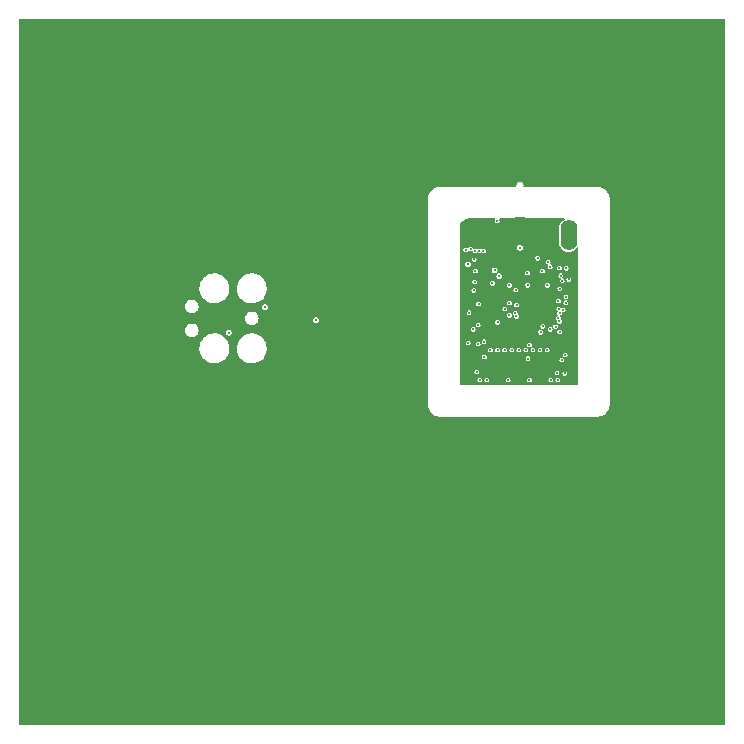
<source format=gbr>
%TF.GenerationSoftware,KiCad,Pcbnew,(7.0.0)*%
%TF.CreationDate,2023-02-26T18:00:26-05:00*%
%TF.ProjectId,headstage-neuropix2e,68656164-7374-4616-9765-2d6e6575726f,A*%
%TF.SameCoordinates,Original*%
%TF.FileFunction,Copper,L2,Inr*%
%TF.FilePolarity,Positive*%
%FSLAX46Y46*%
G04 Gerber Fmt 4.6, Leading zero omitted, Abs format (unit mm)*
G04 Created by KiCad (PCBNEW (7.0.0)) date 2023-02-26 18:00:26*
%MOMM*%
%LPD*%
G01*
G04 APERTURE LIST*
%TA.AperFunction,ComponentPad*%
%ADD10O,1.400000X2.600000*%
%TD*%
%TA.AperFunction,ViaPad*%
%ADD11C,0.200000*%
%TD*%
%TA.AperFunction,ViaPad*%
%ADD12C,0.300000*%
%TD*%
G04 APERTURE END LIST*
D10*
%TO.N,/Neuropixels 2.0/NP_{TP0}*%
%TO.C,TP2*%
X146634999Y-83419999D03*
%TD*%
%TO.N,GND*%
%TO.C,TP1*%
X144954999Y-83419999D03*
%TD*%
D11*
%TO.N,GND*%
X146915000Y-84930000D03*
X138835000Y-83649300D03*
X137898663Y-88881316D03*
X142125000Y-95650000D03*
X142735000Y-94830000D03*
X142125000Y-94830000D03*
X139611259Y-88091963D03*
X141615000Y-84550000D03*
X145475000Y-87550000D03*
X143995000Y-94810000D03*
X146785000Y-95970000D03*
X139445000Y-90900000D03*
X145625000Y-94100000D03*
X144005000Y-91150000D03*
X139415000Y-83640000D03*
X142574999Y-82474998D03*
X137915500Y-87943311D03*
X139585000Y-89160000D03*
D12*
X130100000Y-79400000D03*
D11*
X144455000Y-90760000D03*
X143185000Y-84540000D03*
X137925000Y-95200000D03*
X146925000Y-95200000D03*
X141705000Y-93720000D03*
X140005000Y-83700000D03*
X145315000Y-94840000D03*
X146025000Y-85130000D03*
X140200498Y-88500500D03*
X143225000Y-85400000D03*
X147035000Y-85460000D03*
X144755000Y-88270000D03*
X138306076Y-91856076D03*
X139025000Y-90250000D03*
X141607409Y-88089070D03*
X144465000Y-89370000D03*
X144525000Y-95650000D03*
X143025000Y-90500000D03*
X143925000Y-95650000D03*
X140305000Y-94850000D03*
X139165000Y-86900000D03*
X140925000Y-95650000D03*
X143025000Y-90000000D03*
X140225000Y-92510000D03*
X141975000Y-82620000D03*
X143845000Y-93830000D03*
X140675000Y-93720500D03*
X137785000Y-89620000D03*
X137810700Y-83680000D03*
X139925000Y-90200000D03*
X144755000Y-88610000D03*
X140325000Y-95650000D03*
X138525000Y-95050000D03*
D12*
X127600000Y-70300000D03*
X155800000Y-87500000D03*
D11*
X141225000Y-84830000D03*
X143725000Y-87600000D03*
X144565000Y-93780000D03*
X144815000Y-90110000D03*
X142775000Y-85400000D03*
X141395000Y-84090000D03*
X140165000Y-88090000D03*
X143705000Y-84520000D03*
X139695000Y-87470500D03*
X147015000Y-94060000D03*
X143565000Y-84070000D03*
X142475000Y-85050000D03*
X143285000Y-88250000D03*
X144185000Y-87630000D03*
X147135000Y-86480000D03*
D12*
X107600000Y-101500000D03*
D11*
X142595000Y-93710000D03*
X139455000Y-90190000D03*
X143025000Y-91150500D03*
X140905000Y-94840000D03*
X143880840Y-88220500D03*
X143385000Y-88770000D03*
X145125000Y-85330000D03*
X139107347Y-94319500D03*
X142165000Y-90630000D03*
D12*
X112100000Y-75100000D03*
D11*
X142725000Y-95650000D03*
X137955000Y-94170000D03*
X142355000Y-91170000D03*
D12*
X145200000Y-72300000D03*
D11*
X137975000Y-87440000D03*
D12*
X154200000Y-101500000D03*
D11*
X141625000Y-87249500D03*
D12*
X103900000Y-84800000D03*
X130200000Y-99700000D03*
D11*
X142025000Y-85450000D03*
X137781392Y-91260865D03*
X137915000Y-93180000D03*
X139725000Y-86450000D03*
%TO.N,+1V8*%
X145875500Y-91592347D03*
X139435000Y-84730000D03*
X139025000Y-89250000D03*
X146434268Y-86221264D03*
X138620290Y-88099352D03*
X144275000Y-91650500D03*
X143157963Y-86612963D03*
D12*
X140775000Y-86900000D03*
D11*
X138147595Y-92527730D03*
X146655000Y-87170000D03*
X145820230Y-89664770D03*
X138984500Y-91016076D03*
%TO.N,/Neuropixels 2.0/PCLK*%
X141625000Y-90210000D03*
X142425000Y-93150000D03*
%TO.N,/Neuropixels 2.0/SDA_{A}*%
X138985357Y-92627003D03*
X142122378Y-89995974D03*
%TO.N,+4V*%
X138640419Y-85475200D03*
D12*
X138124999Y-85890001D03*
X120945000Y-89505000D03*
D11*
X138695000Y-87370000D03*
X140195000Y-87490000D03*
X138745000Y-86420000D03*
X138355000Y-84600000D03*
D12*
%TO.N,/Neuropixels 2.0/SCL*%
X117857500Y-91667500D03*
D11*
X140625000Y-90790000D03*
X142235000Y-89324500D03*
X145075000Y-86100000D03*
X138735000Y-84740000D03*
X139505000Y-93710000D03*
X141234061Y-89672090D03*
%TO.N,/Neuropixels 2.0/SYNC*%
X139725000Y-95650000D03*
X145125000Y-95650000D03*
%TO.N,/Neuropixels 2.0/D7*%
X144455065Y-91149935D03*
X140025000Y-93150000D03*
%TO.N,Net-(L1-Pad2)*%
X137921788Y-84655700D03*
%TO.N,/Neuropixels 2.0/D6*%
X145075000Y-91385075D03*
X140625000Y-93150000D03*
%TO.N,/Neuropixels 2.0/D5*%
X141225000Y-93150000D03*
X145539322Y-91153783D03*
%TO.N,/Neuropixels 2.0/D4*%
X141825000Y-93150000D03*
X145855000Y-90720000D03*
%TO.N,/Neuropixels 2.0/D3*%
X143025000Y-93150000D03*
X145871150Y-90001022D03*
%TO.N,/Neuropixels 2.0/D2*%
X146185000Y-89750000D03*
X143625000Y-93150000D03*
%TO.N,/Neuropixels 2.0/D1*%
X146405000Y-89140000D03*
X144225000Y-93150000D03*
%TO.N,/Neuropixels 2.0/D0*%
X146425000Y-88650002D03*
X144825000Y-93150000D03*
D12*
%TO.N,/DC Tap & Regulation/RF+DC*%
X142525000Y-84475000D03*
D11*
%TO.N,/Neuropixels 2.0/NP_{TP0}*%
X138875000Y-94980000D03*
X146325000Y-95125500D03*
%TO.N,/Neuropixels 2.0/SDA_{B}*%
X146068576Y-93973576D03*
%TO.N,/Neuropixels 2.0/SDA*%
X142225000Y-90290000D03*
X143175250Y-87650499D03*
X145774501Y-90410000D03*
X142177262Y-88059188D03*
X141625000Y-89150000D03*
X139085000Y-84730000D03*
X144915000Y-85700000D03*
D12*
X125255000Y-90595000D03*
D11*
%TO.N,/Perpherials/GPIO*%
X140600000Y-82204300D03*
X146099498Y-87271944D03*
%TO.N,/Neuropixels 2.0/NP_{Select}*%
X145975500Y-86850000D03*
X145774501Y-88979500D03*
D12*
%TO.N,+2V5*%
X140375000Y-86400000D03*
D11*
X138215000Y-89990000D03*
%TO.N,Net-(U3-VDDCML)*%
X144845000Y-87650499D03*
%TO.N,Net-(U3-DOUTP)*%
X144425000Y-86449500D03*
%TO.N,Net-(U7-CAP)*%
X139483691Y-92449503D03*
%TO.N,Net-(U3-GPIO3{slash}CLKIN)*%
X145857158Y-86184021D03*
X145895000Y-87940000D03*
%TO.N,Net-(U3-MODE)*%
X141625000Y-87650000D03*
%TO.N,/Neuropixels 2.0/NP_{RESET}*%
X145725000Y-95650000D03*
X139125000Y-95650000D03*
X145675000Y-95080000D03*
%TO.N,+1.8VA*%
X143205000Y-93880000D03*
X141525000Y-95650000D03*
X138570000Y-91375000D03*
X143325000Y-95650000D03*
X143325000Y-92702940D03*
%TO.N,/Neuropixels 2.0/NP_{TP1}*%
X146355000Y-93550000D03*
%TO.N,/Serializer/Dout-*%
X144025000Y-85380000D03*
%TD*%
%TA.AperFunction,Conductor*%
%TO.N,GND*%
G36*
X142943671Y-81914352D02*
G01*
X142959788Y-81930469D01*
X143039712Y-81976614D01*
X143128856Y-82000500D01*
X143159083Y-82000500D01*
X143175000Y-82000500D01*
X143201929Y-82000500D01*
X146266098Y-82000500D01*
X146296649Y-82011190D01*
X146313869Y-82038596D01*
X146310246Y-82070759D01*
X146287505Y-82093501D01*
X146285478Y-82094211D01*
X146283147Y-82095675D01*
X146283144Y-82095677D01*
X146135069Y-82188718D01*
X146135061Y-82188724D01*
X146132738Y-82190184D01*
X146130794Y-82192127D01*
X146130790Y-82192131D01*
X146007131Y-82315790D01*
X146007127Y-82315794D01*
X146005184Y-82317738D01*
X146003724Y-82320061D01*
X146003718Y-82320069D01*
X145910675Y-82468147D01*
X145910672Y-82468151D01*
X145909211Y-82470478D01*
X145908302Y-82473072D01*
X145908302Y-82473075D01*
X145850540Y-82638147D01*
X145850537Y-82638155D01*
X145849632Y-82640745D01*
X145849324Y-82643477D01*
X145849324Y-82643478D01*
X145834653Y-82773679D01*
X145834651Y-82773696D01*
X145834500Y-82775046D01*
X145834500Y-84064954D01*
X145834652Y-84066303D01*
X145834653Y-84066320D01*
X145845500Y-84162582D01*
X145849632Y-84199255D01*
X145850538Y-84201846D01*
X145850540Y-84201852D01*
X145863551Y-84239034D01*
X145909211Y-84369522D01*
X145910674Y-84371851D01*
X145910675Y-84371852D01*
X146003718Y-84519930D01*
X146003721Y-84519934D01*
X146005184Y-84522262D01*
X146132738Y-84649816D01*
X146135067Y-84651279D01*
X146135069Y-84651281D01*
X146209107Y-84697802D01*
X146285478Y-84745789D01*
X146455745Y-84805368D01*
X146635000Y-84825565D01*
X146814255Y-84805368D01*
X146984522Y-84745789D01*
X147137262Y-84649816D01*
X147264816Y-84522262D01*
X147334010Y-84412139D01*
X147358026Y-84392431D01*
X147389065Y-84391124D01*
X147414652Y-84408744D01*
X147424500Y-84438209D01*
X147424500Y-89887091D01*
X147424497Y-89887108D01*
X147424493Y-89887108D01*
X147424493Y-89983389D01*
X147424830Y-89985301D01*
X147425000Y-89989180D01*
X147425000Y-90953689D01*
X147424255Y-90962198D01*
X147419864Y-90987107D01*
X147420608Y-90991326D01*
X147420608Y-90991327D01*
X147424256Y-91012016D01*
X147425000Y-91020525D01*
X147425000Y-91573689D01*
X147424256Y-91582198D01*
X147422467Y-91592347D01*
X147419864Y-91607107D01*
X147420608Y-91611326D01*
X147420608Y-91611327D01*
X147424256Y-91632016D01*
X147425000Y-91640525D01*
X147425000Y-92605103D01*
X147424832Y-92608936D01*
X147424499Y-92610826D01*
X147424499Y-92691190D01*
X147424500Y-92691190D01*
X147424500Y-92691192D01*
X147424500Y-96050500D01*
X147410148Y-96085148D01*
X147375500Y-96099500D01*
X137474500Y-96099500D01*
X137439852Y-96085148D01*
X137425500Y-96050500D01*
X137425500Y-95650000D01*
X138919344Y-95650000D01*
X138939710Y-95739231D01*
X138996776Y-95810788D01*
X139079237Y-95850500D01*
X139165243Y-95850500D01*
X139170763Y-95850500D01*
X139253224Y-95810788D01*
X139310290Y-95739231D01*
X139330656Y-95650000D01*
X139519344Y-95650000D01*
X139539710Y-95739231D01*
X139596776Y-95810788D01*
X139679237Y-95850500D01*
X139765243Y-95850500D01*
X139770763Y-95850500D01*
X139853224Y-95810788D01*
X139910290Y-95739231D01*
X139930656Y-95650000D01*
X141319344Y-95650000D01*
X141339710Y-95739231D01*
X141396776Y-95810788D01*
X141479237Y-95850500D01*
X141565243Y-95850500D01*
X141570763Y-95850500D01*
X141653224Y-95810788D01*
X141710290Y-95739231D01*
X141730656Y-95650000D01*
X143119344Y-95650000D01*
X143139710Y-95739231D01*
X143196776Y-95810788D01*
X143279237Y-95850500D01*
X143365243Y-95850500D01*
X143370763Y-95850500D01*
X143453224Y-95810788D01*
X143510290Y-95739231D01*
X143530656Y-95650000D01*
X144919344Y-95650000D01*
X144939710Y-95739231D01*
X144996776Y-95810788D01*
X145079237Y-95850500D01*
X145165243Y-95850500D01*
X145170763Y-95850500D01*
X145253224Y-95810788D01*
X145310290Y-95739231D01*
X145330656Y-95650000D01*
X145519344Y-95650000D01*
X145539710Y-95739231D01*
X145596776Y-95810788D01*
X145679237Y-95850500D01*
X145765243Y-95850500D01*
X145770763Y-95850500D01*
X145853224Y-95810788D01*
X145910290Y-95739231D01*
X145930656Y-95650000D01*
X145910290Y-95560769D01*
X145853224Y-95489212D01*
X145770763Y-95449500D01*
X145679237Y-95449500D01*
X145674264Y-95451894D01*
X145674263Y-95451895D01*
X145601750Y-95486816D01*
X145601748Y-95486817D01*
X145596776Y-95489212D01*
X145593335Y-95493526D01*
X145593332Y-95493529D01*
X145543154Y-95556450D01*
X145539710Y-95560769D01*
X145519344Y-95650000D01*
X145330656Y-95650000D01*
X145310290Y-95560769D01*
X145253224Y-95489212D01*
X145170763Y-95449500D01*
X145079237Y-95449500D01*
X145074264Y-95451894D01*
X145074263Y-95451895D01*
X145001750Y-95486816D01*
X145001748Y-95486817D01*
X144996776Y-95489212D01*
X144993335Y-95493526D01*
X144993332Y-95493529D01*
X144943154Y-95556450D01*
X144939710Y-95560769D01*
X144919344Y-95650000D01*
X143530656Y-95650000D01*
X143510290Y-95560769D01*
X143453224Y-95489212D01*
X143370763Y-95449500D01*
X143279237Y-95449500D01*
X143274264Y-95451894D01*
X143274263Y-95451895D01*
X143201750Y-95486816D01*
X143201748Y-95486817D01*
X143196776Y-95489212D01*
X143193335Y-95493526D01*
X143193332Y-95493529D01*
X143143154Y-95556450D01*
X143139710Y-95560769D01*
X143119344Y-95650000D01*
X141730656Y-95650000D01*
X141710290Y-95560769D01*
X141653224Y-95489212D01*
X141570763Y-95449500D01*
X141479237Y-95449500D01*
X141474264Y-95451894D01*
X141474263Y-95451895D01*
X141401750Y-95486816D01*
X141401748Y-95486817D01*
X141396776Y-95489212D01*
X141393335Y-95493526D01*
X141393332Y-95493529D01*
X141343154Y-95556450D01*
X141339710Y-95560769D01*
X141319344Y-95650000D01*
X139930656Y-95650000D01*
X139910290Y-95560769D01*
X139853224Y-95489212D01*
X139770763Y-95449500D01*
X139679237Y-95449500D01*
X139674264Y-95451894D01*
X139674263Y-95451895D01*
X139601750Y-95486816D01*
X139601748Y-95486817D01*
X139596776Y-95489212D01*
X139593335Y-95493526D01*
X139593332Y-95493529D01*
X139543154Y-95556450D01*
X139539710Y-95560769D01*
X139519344Y-95650000D01*
X139330656Y-95650000D01*
X139310290Y-95560769D01*
X139253224Y-95489212D01*
X139170763Y-95449500D01*
X139079237Y-95449500D01*
X139074264Y-95451894D01*
X139074263Y-95451895D01*
X139001750Y-95486816D01*
X139001748Y-95486817D01*
X138996776Y-95489212D01*
X138993335Y-95493526D01*
X138993332Y-95493529D01*
X138943154Y-95556450D01*
X138939710Y-95560769D01*
X138919344Y-95650000D01*
X137425500Y-95650000D01*
X137425500Y-94980000D01*
X138669344Y-94980000D01*
X138689710Y-95069231D01*
X138746776Y-95140788D01*
X138829237Y-95180500D01*
X138915243Y-95180500D01*
X138920763Y-95180500D01*
X139003224Y-95140788D01*
X139051702Y-95080000D01*
X145469344Y-95080000D01*
X145489710Y-95169231D01*
X145546776Y-95240788D01*
X145629237Y-95280500D01*
X145715243Y-95280500D01*
X145720763Y-95280500D01*
X145803224Y-95240788D01*
X145860290Y-95169231D01*
X145870271Y-95125500D01*
X146119344Y-95125500D01*
X146139710Y-95214731D01*
X146196776Y-95286288D01*
X146279237Y-95326000D01*
X146365243Y-95326000D01*
X146370763Y-95326000D01*
X146453224Y-95286288D01*
X146510290Y-95214731D01*
X146530656Y-95125500D01*
X146510290Y-95036269D01*
X146453224Y-94964712D01*
X146370763Y-94925000D01*
X146279237Y-94925000D01*
X146274264Y-94927394D01*
X146274263Y-94927395D01*
X146201750Y-94962316D01*
X146201748Y-94962317D01*
X146196776Y-94964712D01*
X146193335Y-94969026D01*
X146193332Y-94969029D01*
X146143154Y-95031950D01*
X146139710Y-95036269D01*
X146138481Y-95041650D01*
X146138481Y-95041652D01*
X146132187Y-95069231D01*
X146119344Y-95125500D01*
X145870271Y-95125500D01*
X145880656Y-95080000D01*
X145860290Y-94990769D01*
X145803224Y-94919212D01*
X145720763Y-94879500D01*
X145629237Y-94879500D01*
X145624264Y-94881894D01*
X145624263Y-94881895D01*
X145551750Y-94916816D01*
X145551748Y-94916817D01*
X145546776Y-94919212D01*
X145543335Y-94923526D01*
X145543332Y-94923529D01*
X145493154Y-94986450D01*
X145489710Y-94990769D01*
X145488481Y-94996150D01*
X145488481Y-94996152D01*
X145473428Y-95062105D01*
X145469344Y-95080000D01*
X139051702Y-95080000D01*
X139060290Y-95069231D01*
X139080656Y-94980000D01*
X139060290Y-94890769D01*
X139003224Y-94819212D01*
X138920763Y-94779500D01*
X138829237Y-94779500D01*
X138824264Y-94781894D01*
X138824263Y-94781895D01*
X138751750Y-94816816D01*
X138751748Y-94816817D01*
X138746776Y-94819212D01*
X138743335Y-94823526D01*
X138743332Y-94823529D01*
X138696787Y-94881895D01*
X138689710Y-94890769D01*
X138688481Y-94896150D01*
X138688481Y-94896152D01*
X138673428Y-94962105D01*
X138669344Y-94980000D01*
X137425500Y-94980000D01*
X137425500Y-93710000D01*
X139299344Y-93710000D01*
X139300572Y-93715380D01*
X139317778Y-93790769D01*
X139319710Y-93799231D01*
X139376776Y-93870788D01*
X139459237Y-93910500D01*
X139545243Y-93910500D01*
X139550763Y-93910500D01*
X139614096Y-93880000D01*
X142999344Y-93880000D01*
X143019710Y-93969231D01*
X143027466Y-93978956D01*
X143066562Y-94027981D01*
X143076776Y-94040788D01*
X143159237Y-94080500D01*
X143245243Y-94080500D01*
X143250763Y-94080500D01*
X143333224Y-94040788D01*
X143386825Y-93973576D01*
X145862920Y-93973576D01*
X145883286Y-94062807D01*
X145940352Y-94134364D01*
X146022813Y-94174076D01*
X146108819Y-94174076D01*
X146114339Y-94174076D01*
X146196800Y-94134364D01*
X146253866Y-94062807D01*
X146274232Y-93973576D01*
X146253866Y-93884345D01*
X146196800Y-93812788D01*
X146177615Y-93803549D01*
X146119312Y-93775471D01*
X146114339Y-93773076D01*
X146022813Y-93773076D01*
X146017840Y-93775470D01*
X146017839Y-93775471D01*
X145945326Y-93810392D01*
X145945324Y-93810393D01*
X145940352Y-93812788D01*
X145936911Y-93817102D01*
X145936908Y-93817105D01*
X145887881Y-93878583D01*
X145883286Y-93884345D01*
X145862920Y-93973576D01*
X143386825Y-93973576D01*
X143390290Y-93969231D01*
X143410656Y-93880000D01*
X143390290Y-93790769D01*
X143333224Y-93719212D01*
X143250763Y-93679500D01*
X143159237Y-93679500D01*
X143154264Y-93681894D01*
X143154263Y-93681895D01*
X143081750Y-93716816D01*
X143081748Y-93716817D01*
X143076776Y-93719212D01*
X143073335Y-93723526D01*
X143073332Y-93723529D01*
X143023154Y-93786450D01*
X143019710Y-93790769D01*
X143018481Y-93796150D01*
X143018481Y-93796152D01*
X143016793Y-93803549D01*
X142999344Y-93880000D01*
X139614096Y-93880000D01*
X139633224Y-93870788D01*
X139690290Y-93799231D01*
X139710656Y-93710000D01*
X139690290Y-93620769D01*
X139633852Y-93550000D01*
X146149344Y-93550000D01*
X146169710Y-93639231D01*
X146226776Y-93710788D01*
X146309237Y-93750500D01*
X146395243Y-93750500D01*
X146400763Y-93750500D01*
X146483224Y-93710788D01*
X146540290Y-93639231D01*
X146560656Y-93550000D01*
X146540290Y-93460769D01*
X146483224Y-93389212D01*
X146400763Y-93349500D01*
X146309237Y-93349500D01*
X146304264Y-93351894D01*
X146304263Y-93351895D01*
X146231750Y-93386816D01*
X146231748Y-93386817D01*
X146226776Y-93389212D01*
X146223335Y-93393526D01*
X146223332Y-93393529D01*
X146173154Y-93456450D01*
X146169710Y-93460769D01*
X146149344Y-93550000D01*
X139633852Y-93550000D01*
X139633224Y-93549212D01*
X139550763Y-93509500D01*
X139459237Y-93509500D01*
X139454264Y-93511894D01*
X139454263Y-93511895D01*
X139381750Y-93546816D01*
X139381748Y-93546817D01*
X139376776Y-93549212D01*
X139373335Y-93553526D01*
X139373332Y-93553529D01*
X139336720Y-93599439D01*
X139319710Y-93620769D01*
X139318481Y-93626150D01*
X139318481Y-93626152D01*
X139306305Y-93679500D01*
X139299344Y-93710000D01*
X137425500Y-93710000D01*
X137425500Y-93150000D01*
X139819344Y-93150000D01*
X139839710Y-93239231D01*
X139896776Y-93310788D01*
X139979237Y-93350500D01*
X140065243Y-93350500D01*
X140070763Y-93350500D01*
X140153224Y-93310788D01*
X140210290Y-93239231D01*
X140230656Y-93150000D01*
X140419344Y-93150000D01*
X140439710Y-93239231D01*
X140496776Y-93310788D01*
X140579237Y-93350500D01*
X140665243Y-93350500D01*
X140670763Y-93350500D01*
X140753224Y-93310788D01*
X140810290Y-93239231D01*
X140830656Y-93150000D01*
X141019344Y-93150000D01*
X141039710Y-93239231D01*
X141096776Y-93310788D01*
X141179237Y-93350500D01*
X141265243Y-93350500D01*
X141270763Y-93350500D01*
X141353224Y-93310788D01*
X141410290Y-93239231D01*
X141430656Y-93150000D01*
X141619344Y-93150000D01*
X141639710Y-93239231D01*
X141696776Y-93310788D01*
X141779237Y-93350500D01*
X141865243Y-93350500D01*
X141870763Y-93350500D01*
X141953224Y-93310788D01*
X142010290Y-93239231D01*
X142030656Y-93150000D01*
X142219344Y-93150000D01*
X142239710Y-93239231D01*
X142296776Y-93310788D01*
X142379237Y-93350500D01*
X142465243Y-93350500D01*
X142470763Y-93350500D01*
X142553224Y-93310788D01*
X142610290Y-93239231D01*
X142630656Y-93150000D01*
X142819344Y-93150000D01*
X142839710Y-93239231D01*
X142896776Y-93310788D01*
X142979237Y-93350500D01*
X143065243Y-93350500D01*
X143070763Y-93350500D01*
X143153224Y-93310788D01*
X143210290Y-93239231D01*
X143230656Y-93150000D01*
X143419344Y-93150000D01*
X143439710Y-93239231D01*
X143496776Y-93310788D01*
X143579237Y-93350500D01*
X143665243Y-93350500D01*
X143670763Y-93350500D01*
X143753224Y-93310788D01*
X143810290Y-93239231D01*
X143830656Y-93150000D01*
X144019344Y-93150000D01*
X144039710Y-93239231D01*
X144096776Y-93310788D01*
X144179237Y-93350500D01*
X144265243Y-93350500D01*
X144270763Y-93350500D01*
X144353224Y-93310788D01*
X144410290Y-93239231D01*
X144430656Y-93150000D01*
X144619344Y-93150000D01*
X144639710Y-93239231D01*
X144696776Y-93310788D01*
X144779237Y-93350500D01*
X144865243Y-93350500D01*
X144870763Y-93350500D01*
X144953224Y-93310788D01*
X145010290Y-93239231D01*
X145030656Y-93150000D01*
X145010290Y-93060769D01*
X144953224Y-92989212D01*
X144870763Y-92949500D01*
X144779237Y-92949500D01*
X144774264Y-92951894D01*
X144774263Y-92951895D01*
X144701750Y-92986816D01*
X144701748Y-92986817D01*
X144696776Y-92989212D01*
X144693335Y-92993526D01*
X144693332Y-92993529D01*
X144644512Y-93054747D01*
X144639710Y-93060769D01*
X144619344Y-93150000D01*
X144430656Y-93150000D01*
X144410290Y-93060769D01*
X144353224Y-92989212D01*
X144270763Y-92949500D01*
X144179237Y-92949500D01*
X144174264Y-92951894D01*
X144174263Y-92951895D01*
X144101750Y-92986816D01*
X144101748Y-92986817D01*
X144096776Y-92989212D01*
X144093335Y-92993526D01*
X144093332Y-92993529D01*
X144044512Y-93054747D01*
X144039710Y-93060769D01*
X144019344Y-93150000D01*
X143830656Y-93150000D01*
X143810290Y-93060769D01*
X143753224Y-92989212D01*
X143670763Y-92949500D01*
X143579237Y-92949500D01*
X143574264Y-92951894D01*
X143574263Y-92951895D01*
X143501750Y-92986816D01*
X143501748Y-92986817D01*
X143496776Y-92989212D01*
X143493335Y-92993526D01*
X143493332Y-92993529D01*
X143444512Y-93054747D01*
X143439710Y-93060769D01*
X143419344Y-93150000D01*
X143230656Y-93150000D01*
X143210290Y-93060769D01*
X143153224Y-92989212D01*
X143070763Y-92949500D01*
X142979237Y-92949500D01*
X142974264Y-92951894D01*
X142974263Y-92951895D01*
X142901750Y-92986816D01*
X142901748Y-92986817D01*
X142896776Y-92989212D01*
X142893335Y-92993526D01*
X142893332Y-92993529D01*
X142844512Y-93054747D01*
X142839710Y-93060769D01*
X142819344Y-93150000D01*
X142630656Y-93150000D01*
X142610290Y-93060769D01*
X142553224Y-92989212D01*
X142470763Y-92949500D01*
X142379237Y-92949500D01*
X142374264Y-92951894D01*
X142374263Y-92951895D01*
X142301750Y-92986816D01*
X142301748Y-92986817D01*
X142296776Y-92989212D01*
X142293335Y-92993526D01*
X142293332Y-92993529D01*
X142244512Y-93054747D01*
X142239710Y-93060769D01*
X142219344Y-93150000D01*
X142030656Y-93150000D01*
X142010290Y-93060769D01*
X141953224Y-92989212D01*
X141870763Y-92949500D01*
X141779237Y-92949500D01*
X141774264Y-92951894D01*
X141774263Y-92951895D01*
X141701750Y-92986816D01*
X141701748Y-92986817D01*
X141696776Y-92989212D01*
X141693335Y-92993526D01*
X141693332Y-92993529D01*
X141644512Y-93054747D01*
X141639710Y-93060769D01*
X141619344Y-93150000D01*
X141430656Y-93150000D01*
X141410290Y-93060769D01*
X141353224Y-92989212D01*
X141270763Y-92949500D01*
X141179237Y-92949500D01*
X141174264Y-92951894D01*
X141174263Y-92951895D01*
X141101750Y-92986816D01*
X141101748Y-92986817D01*
X141096776Y-92989212D01*
X141093335Y-92993526D01*
X141093332Y-92993529D01*
X141044512Y-93054747D01*
X141039710Y-93060769D01*
X141019344Y-93150000D01*
X140830656Y-93150000D01*
X140810290Y-93060769D01*
X140753224Y-92989212D01*
X140670763Y-92949500D01*
X140579237Y-92949500D01*
X140574264Y-92951894D01*
X140574263Y-92951895D01*
X140501750Y-92986816D01*
X140501748Y-92986817D01*
X140496776Y-92989212D01*
X140493335Y-92993526D01*
X140493332Y-92993529D01*
X140444512Y-93054747D01*
X140439710Y-93060769D01*
X140419344Y-93150000D01*
X140230656Y-93150000D01*
X140210290Y-93060769D01*
X140153224Y-92989212D01*
X140070763Y-92949500D01*
X139979237Y-92949500D01*
X139974264Y-92951894D01*
X139974263Y-92951895D01*
X139901750Y-92986816D01*
X139901748Y-92986817D01*
X139896776Y-92989212D01*
X139893335Y-92993526D01*
X139893332Y-92993529D01*
X139844512Y-93054747D01*
X139839710Y-93060769D01*
X139819344Y-93150000D01*
X137425500Y-93150000D01*
X137425500Y-92527730D01*
X137941939Y-92527730D01*
X137943167Y-92533110D01*
X137960782Y-92610291D01*
X137962305Y-92616961D01*
X138019371Y-92688518D01*
X138101832Y-92728230D01*
X138187838Y-92728230D01*
X138193358Y-92728230D01*
X138275819Y-92688518D01*
X138324877Y-92627003D01*
X138779701Y-92627003D01*
X138786562Y-92657066D01*
X138794350Y-92691188D01*
X138800067Y-92716234D01*
X138857133Y-92787791D01*
X138939594Y-92827503D01*
X139025600Y-92827503D01*
X139031120Y-92827503D01*
X139113581Y-92787791D01*
X139170647Y-92716234D01*
X139173681Y-92702940D01*
X143119344Y-92702940D01*
X143139710Y-92792171D01*
X143196776Y-92863728D01*
X143279237Y-92903440D01*
X143365243Y-92903440D01*
X143370763Y-92903440D01*
X143453224Y-92863728D01*
X143510290Y-92792171D01*
X143530656Y-92702940D01*
X143510290Y-92613709D01*
X143453224Y-92542152D01*
X143370763Y-92502440D01*
X143279237Y-92502440D01*
X143274264Y-92504834D01*
X143274263Y-92504835D01*
X143201750Y-92539756D01*
X143201748Y-92539757D01*
X143196776Y-92542152D01*
X143193335Y-92546466D01*
X143193332Y-92546469D01*
X143143154Y-92609390D01*
X143139710Y-92613709D01*
X143138481Y-92619090D01*
X143138481Y-92619092D01*
X143135448Y-92632383D01*
X143119344Y-92702940D01*
X139173681Y-92702940D01*
X139191013Y-92627003D01*
X139170647Y-92537772D01*
X139113581Y-92466215D01*
X139090050Y-92454883D01*
X139078879Y-92449503D01*
X139278035Y-92449503D01*
X139281849Y-92466215D01*
X139294661Y-92522350D01*
X139298401Y-92538734D01*
X139326934Y-92574512D01*
X139351329Y-92605103D01*
X139355467Y-92610291D01*
X139437928Y-92650003D01*
X139523934Y-92650003D01*
X139529454Y-92650003D01*
X139611915Y-92610291D01*
X139668981Y-92538734D01*
X139689347Y-92449503D01*
X139668981Y-92360272D01*
X139611915Y-92288715D01*
X139529454Y-92249003D01*
X139437928Y-92249003D01*
X139432955Y-92251397D01*
X139432954Y-92251398D01*
X139360441Y-92286319D01*
X139360439Y-92286320D01*
X139355467Y-92288715D01*
X139352026Y-92293029D01*
X139352023Y-92293032D01*
X139301845Y-92355953D01*
X139298401Y-92360272D01*
X139297172Y-92365653D01*
X139297172Y-92365655D01*
X139295893Y-92371259D01*
X139278035Y-92449503D01*
X139078879Y-92449503D01*
X139036093Y-92428898D01*
X139031120Y-92426503D01*
X138939594Y-92426503D01*
X138934621Y-92428897D01*
X138934620Y-92428898D01*
X138862107Y-92463819D01*
X138862105Y-92463820D01*
X138857133Y-92466215D01*
X138853692Y-92470529D01*
X138853689Y-92470532D01*
X138803511Y-92533453D01*
X138800067Y-92537772D01*
X138798838Y-92543153D01*
X138798838Y-92543155D01*
X138784699Y-92605103D01*
X138779701Y-92627003D01*
X138324877Y-92627003D01*
X138332885Y-92616961D01*
X138353251Y-92527730D01*
X138332885Y-92438499D01*
X138275819Y-92366942D01*
X138193358Y-92327230D01*
X138101832Y-92327230D01*
X138096859Y-92329624D01*
X138096858Y-92329625D01*
X138024345Y-92364546D01*
X138024343Y-92364547D01*
X138019371Y-92366942D01*
X138015930Y-92371256D01*
X138015927Y-92371259D01*
X137965749Y-92434180D01*
X137962305Y-92438499D01*
X137961076Y-92443880D01*
X137961076Y-92443882D01*
X137956526Y-92463819D01*
X137941939Y-92527730D01*
X137425500Y-92527730D01*
X137425500Y-91650500D01*
X144069344Y-91650500D01*
X144089710Y-91739731D01*
X144093154Y-91744049D01*
X144130158Y-91790451D01*
X144146776Y-91811288D01*
X144229237Y-91851000D01*
X144315243Y-91851000D01*
X144320763Y-91851000D01*
X144403224Y-91811288D01*
X144460290Y-91739731D01*
X144480656Y-91650500D01*
X144467383Y-91592347D01*
X145669844Y-91592347D01*
X145690210Y-91681578D01*
X145702699Y-91697238D01*
X145733569Y-91735948D01*
X145747276Y-91753135D01*
X145829737Y-91792847D01*
X145915743Y-91792847D01*
X145921263Y-91792847D01*
X146003724Y-91753135D01*
X146060790Y-91681578D01*
X146081156Y-91592347D01*
X146060790Y-91503116D01*
X146003724Y-91431559D01*
X145921263Y-91391847D01*
X145829737Y-91391847D01*
X145824764Y-91394241D01*
X145824763Y-91394242D01*
X145752250Y-91429163D01*
X145752248Y-91429164D01*
X145747276Y-91431559D01*
X145743835Y-91435873D01*
X145743832Y-91435876D01*
X145693654Y-91498797D01*
X145690210Y-91503116D01*
X145688981Y-91508497D01*
X145688981Y-91508499D01*
X145682753Y-91535788D01*
X145669844Y-91592347D01*
X144467383Y-91592347D01*
X144460290Y-91561269D01*
X144403224Y-91489712D01*
X144320763Y-91450000D01*
X144229237Y-91450000D01*
X144224264Y-91452394D01*
X144224263Y-91452395D01*
X144151750Y-91487316D01*
X144151748Y-91487317D01*
X144146776Y-91489712D01*
X144143335Y-91494026D01*
X144143332Y-91494029D01*
X144101996Y-91545863D01*
X144089710Y-91561269D01*
X144088481Y-91566650D01*
X144088481Y-91566652D01*
X144075091Y-91625322D01*
X144069344Y-91650500D01*
X137425500Y-91650500D01*
X137425500Y-91375000D01*
X138364344Y-91375000D01*
X138365572Y-91380380D01*
X138382008Y-91452395D01*
X138384710Y-91464231D01*
X138402788Y-91486899D01*
X138426773Y-91516976D01*
X138441776Y-91535788D01*
X138524237Y-91575500D01*
X138610243Y-91575500D01*
X138615763Y-91575500D01*
X138698224Y-91535788D01*
X138755290Y-91464231D01*
X138773356Y-91385075D01*
X144869344Y-91385075D01*
X144889710Y-91474306D01*
X144901996Y-91489712D01*
X144935297Y-91531470D01*
X144946776Y-91545863D01*
X145029237Y-91585575D01*
X145115243Y-91585575D01*
X145120763Y-91585575D01*
X145203224Y-91545863D01*
X145260290Y-91474306D01*
X145280656Y-91385075D01*
X145260290Y-91295844D01*
X145203224Y-91224287D01*
X145120763Y-91184575D01*
X145029237Y-91184575D01*
X145024264Y-91186969D01*
X145024263Y-91186970D01*
X144951750Y-91221891D01*
X144951748Y-91221892D01*
X144946776Y-91224287D01*
X144943335Y-91228601D01*
X144943332Y-91228604D01*
X144893154Y-91291525D01*
X144889710Y-91295844D01*
X144888481Y-91301225D01*
X144888481Y-91301227D01*
X144884889Y-91316966D01*
X144869344Y-91385075D01*
X138773356Y-91385075D01*
X138775656Y-91375000D01*
X138755290Y-91285769D01*
X138713831Y-91233782D01*
X138701667Y-91218529D01*
X138701666Y-91218528D01*
X138698224Y-91214212D01*
X138615763Y-91174500D01*
X138524237Y-91174500D01*
X138519264Y-91176894D01*
X138519263Y-91176895D01*
X138446750Y-91211816D01*
X138446748Y-91211817D01*
X138441776Y-91214212D01*
X138438335Y-91218526D01*
X138438332Y-91218529D01*
X138388154Y-91281450D01*
X138384710Y-91285769D01*
X138383481Y-91291150D01*
X138383481Y-91291152D01*
X138369951Y-91350435D01*
X138364344Y-91375000D01*
X137425500Y-91375000D01*
X137425500Y-91016076D01*
X138778844Y-91016076D01*
X138785705Y-91046139D01*
X138792803Y-91077238D01*
X138799210Y-91105307D01*
X138802654Y-91109625D01*
X138842159Y-91159163D01*
X138856276Y-91176864D01*
X138938737Y-91216576D01*
X139024743Y-91216576D01*
X139030263Y-91216576D01*
X139112724Y-91176864D01*
X139134200Y-91149935D01*
X144249409Y-91149935D01*
X144250637Y-91155315D01*
X144264079Y-91214212D01*
X144269775Y-91239166D01*
X144326841Y-91310723D01*
X144409302Y-91350435D01*
X144495308Y-91350435D01*
X144500828Y-91350435D01*
X144583289Y-91310723D01*
X144640355Y-91239166D01*
X144659843Y-91153783D01*
X145333666Y-91153783D01*
X145334894Y-91159163D01*
X145348443Y-91218529D01*
X145354032Y-91243014D01*
X145357476Y-91247332D01*
X145404585Y-91306405D01*
X145411098Y-91314571D01*
X145493559Y-91354283D01*
X145579565Y-91354283D01*
X145585085Y-91354283D01*
X145667546Y-91314571D01*
X145724612Y-91243014D01*
X145744978Y-91153783D01*
X145724612Y-91064552D01*
X145667546Y-90992995D01*
X145654580Y-90986751D01*
X145590058Y-90955678D01*
X145585085Y-90953283D01*
X145493559Y-90953283D01*
X145488586Y-90955677D01*
X145488585Y-90955678D01*
X145416072Y-90990599D01*
X145416070Y-90990600D01*
X145411098Y-90992995D01*
X145407657Y-90997309D01*
X145407654Y-90997312D01*
X145360545Y-91056385D01*
X145354032Y-91064552D01*
X145352803Y-91069933D01*
X145352803Y-91069935D01*
X145337750Y-91135888D01*
X145333666Y-91153783D01*
X144659843Y-91153783D01*
X144660721Y-91149935D01*
X144640355Y-91060704D01*
X144583289Y-90989147D01*
X144570292Y-90982888D01*
X144524572Y-90960870D01*
X144500828Y-90949435D01*
X144409302Y-90949435D01*
X144404329Y-90951829D01*
X144404328Y-90951830D01*
X144331815Y-90986751D01*
X144331813Y-90986752D01*
X144326841Y-90989147D01*
X144323400Y-90993461D01*
X144323397Y-90993464D01*
X144273219Y-91056385D01*
X144269775Y-91060704D01*
X144249409Y-91149935D01*
X139134200Y-91149935D01*
X139169790Y-91105307D01*
X139190156Y-91016076D01*
X139169790Y-90926845D01*
X139112724Y-90855288D01*
X139030263Y-90815576D01*
X138938737Y-90815576D01*
X138933764Y-90817970D01*
X138933763Y-90817971D01*
X138861250Y-90852892D01*
X138861248Y-90852893D01*
X138856276Y-90855288D01*
X138852835Y-90859602D01*
X138852832Y-90859605D01*
X138806022Y-90918303D01*
X138799210Y-90926845D01*
X138797981Y-90932226D01*
X138797981Y-90932228D01*
X138791444Y-90960870D01*
X138778844Y-91016076D01*
X137425500Y-91016076D01*
X137425500Y-90790000D01*
X140419344Y-90790000D01*
X140420572Y-90795380D01*
X140437582Y-90869910D01*
X140439710Y-90879231D01*
X140457283Y-90901266D01*
X140481974Y-90932228D01*
X140496776Y-90950788D01*
X140579237Y-90990500D01*
X140665243Y-90990500D01*
X140670763Y-90990500D01*
X140753224Y-90950788D01*
X140810290Y-90879231D01*
X140830656Y-90790000D01*
X140810290Y-90700769D01*
X140753224Y-90629212D01*
X140670763Y-90589500D01*
X140579237Y-90589500D01*
X140574264Y-90591894D01*
X140574263Y-90591895D01*
X140501750Y-90626816D01*
X140501748Y-90626817D01*
X140496776Y-90629212D01*
X140493335Y-90633526D01*
X140493332Y-90633529D01*
X140446113Y-90692740D01*
X140439710Y-90700769D01*
X140438481Y-90706150D01*
X140438481Y-90706152D01*
X140434093Y-90725380D01*
X140419344Y-90790000D01*
X137425500Y-90790000D01*
X137425500Y-90210000D01*
X141419344Y-90210000D01*
X141439710Y-90299231D01*
X141461179Y-90326152D01*
X141489539Y-90361714D01*
X141496776Y-90370788D01*
X141579237Y-90410500D01*
X141665243Y-90410500D01*
X141670763Y-90410500D01*
X141753224Y-90370788D01*
X141810290Y-90299231D01*
X141830656Y-90210000D01*
X141810290Y-90120769D01*
X141767403Y-90066991D01*
X141756667Y-90053529D01*
X141756666Y-90053528D01*
X141753224Y-90049212D01*
X141670763Y-90009500D01*
X141579237Y-90009500D01*
X141574264Y-90011894D01*
X141574263Y-90011895D01*
X141501750Y-90046816D01*
X141501748Y-90046817D01*
X141496776Y-90049212D01*
X141493335Y-90053526D01*
X141493332Y-90053529D01*
X141443154Y-90116450D01*
X141439710Y-90120769D01*
X141438481Y-90126150D01*
X141438481Y-90126152D01*
X141423795Y-90190500D01*
X141419344Y-90210000D01*
X137425500Y-90210000D01*
X137425500Y-89990000D01*
X138009344Y-89990000D01*
X138029710Y-90079231D01*
X138086776Y-90150788D01*
X138169237Y-90190500D01*
X138255243Y-90190500D01*
X138260763Y-90190500D01*
X138343224Y-90150788D01*
X138400290Y-90079231D01*
X138419292Y-89995974D01*
X141916722Y-89995974D01*
X141937088Y-90085205D01*
X141994154Y-90156762D01*
X142009043Y-90163932D01*
X142031928Y-90186817D01*
X142035553Y-90218981D01*
X142019344Y-90290000D01*
X142020572Y-90295380D01*
X142038329Y-90373183D01*
X142039710Y-90379231D01*
X142096776Y-90450788D01*
X142179237Y-90490500D01*
X142265243Y-90490500D01*
X142270763Y-90490500D01*
X142353224Y-90450788D01*
X142385752Y-90410000D01*
X145568845Y-90410000D01*
X145589211Y-90499231D01*
X145646277Y-90570788D01*
X145651254Y-90573185D01*
X145655059Y-90576219D01*
X145672279Y-90603625D01*
X145669233Y-90630660D01*
X145669710Y-90630769D01*
X145668483Y-90636144D01*
X145668481Y-90636149D01*
X145656646Y-90688007D01*
X145649344Y-90720000D01*
X145669710Y-90809231D01*
X145687794Y-90831907D01*
X145721240Y-90873847D01*
X145726776Y-90880788D01*
X145809237Y-90920500D01*
X145895243Y-90920500D01*
X145900763Y-90920500D01*
X145983224Y-90880788D01*
X146040290Y-90809231D01*
X146060656Y-90720000D01*
X146040290Y-90630769D01*
X145983224Y-90559212D01*
X145978249Y-90556816D01*
X145974441Y-90553779D01*
X145957221Y-90526372D01*
X145960268Y-90499339D01*
X145959791Y-90499231D01*
X145960241Y-90497260D01*
X145980157Y-90410000D01*
X145959791Y-90320769D01*
X145917493Y-90267730D01*
X145906939Y-90240841D01*
X145913367Y-90212679D01*
X145934542Y-90193032D01*
X145944775Y-90188104D01*
X145999374Y-90161810D01*
X146056440Y-90090253D01*
X146076806Y-90001022D01*
X146075645Y-89995936D01*
X146084092Y-89968551D01*
X146106677Y-89950541D01*
X146134927Y-89948424D01*
X146139237Y-89950500D01*
X146225243Y-89950500D01*
X146230763Y-89950500D01*
X146313224Y-89910788D01*
X146370290Y-89839231D01*
X146390656Y-89750000D01*
X146370290Y-89660769D01*
X146327211Y-89606751D01*
X146316667Y-89593529D01*
X146316666Y-89593528D01*
X146313224Y-89589212D01*
X146230763Y-89549500D01*
X146139237Y-89549500D01*
X146134266Y-89551893D01*
X146134265Y-89551894D01*
X146062826Y-89586298D01*
X146030663Y-89589922D01*
X146003257Y-89572701D01*
X145951897Y-89508299D01*
X145951896Y-89508298D01*
X145948454Y-89503982D01*
X145865993Y-89464270D01*
X145774467Y-89464270D01*
X145769494Y-89466664D01*
X145769493Y-89466665D01*
X145696980Y-89501586D01*
X145696978Y-89501587D01*
X145692006Y-89503982D01*
X145688565Y-89508296D01*
X145688562Y-89508299D01*
X145638384Y-89571220D01*
X145634940Y-89575539D01*
X145633711Y-89580920D01*
X145633711Y-89580922D01*
X145627816Y-89606751D01*
X145614574Y-89664770D01*
X145634940Y-89754001D01*
X145692006Y-89825558D01*
X145693749Y-89826397D01*
X145710881Y-89857396D01*
X145700500Y-89893432D01*
X145689300Y-89907477D01*
X145685860Y-89911791D01*
X145684633Y-89917166D01*
X145684632Y-89917169D01*
X145669519Y-89983389D01*
X145665494Y-90001022D01*
X145666722Y-90006402D01*
X145682115Y-90073847D01*
X145685860Y-90090253D01*
X145728158Y-90143292D01*
X145738711Y-90170180D01*
X145732284Y-90198341D01*
X145711109Y-90217989D01*
X145663659Y-90240841D01*
X145646277Y-90249212D01*
X145642836Y-90253526D01*
X145642833Y-90253529D01*
X145599626Y-90307709D01*
X145589211Y-90320769D01*
X145587982Y-90326150D01*
X145587982Y-90326152D01*
X145575868Y-90379231D01*
X145568845Y-90410000D01*
X142385752Y-90410000D01*
X142410290Y-90379231D01*
X142430656Y-90290000D01*
X142410290Y-90200769D01*
X142353224Y-90129212D01*
X142338334Y-90122041D01*
X142315449Y-90099155D01*
X142311825Y-90066991D01*
X142326806Y-90001357D01*
X142326806Y-90001354D01*
X142328034Y-89995974D01*
X142307668Y-89906743D01*
X142260301Y-89847348D01*
X142254045Y-89839503D01*
X142254044Y-89839502D01*
X142250602Y-89835186D01*
X142228566Y-89824574D01*
X142173114Y-89797869D01*
X142168141Y-89795474D01*
X142076615Y-89795474D01*
X142071642Y-89797868D01*
X142071641Y-89797869D01*
X141999128Y-89832790D01*
X141999126Y-89832791D01*
X141994154Y-89835186D01*
X141990713Y-89839500D01*
X141990710Y-89839503D01*
X141940532Y-89902424D01*
X141937088Y-89906743D01*
X141935859Y-89912124D01*
X141935859Y-89912126D01*
X141922981Y-89968551D01*
X141916722Y-89995974D01*
X138419292Y-89995974D01*
X138420656Y-89990000D01*
X138400290Y-89900769D01*
X138347988Y-89835186D01*
X138346667Y-89833529D01*
X138346666Y-89833528D01*
X138343224Y-89829212D01*
X138333593Y-89824574D01*
X138265736Y-89791895D01*
X138260763Y-89789500D01*
X138169237Y-89789500D01*
X138164264Y-89791894D01*
X138164263Y-89791895D01*
X138091750Y-89826816D01*
X138091748Y-89826817D01*
X138086776Y-89829212D01*
X138083335Y-89833526D01*
X138083332Y-89833529D01*
X138040590Y-89887126D01*
X138029710Y-89900769D01*
X138028481Y-89906150D01*
X138028481Y-89906152D01*
X138018359Y-89950500D01*
X138009344Y-89990000D01*
X137425500Y-89990000D01*
X137425500Y-89672090D01*
X141028405Y-89672090D01*
X141048771Y-89761321D01*
X141076008Y-89795474D01*
X141101002Y-89826816D01*
X141105837Y-89832878D01*
X141188298Y-89872590D01*
X141274304Y-89872590D01*
X141279824Y-89872590D01*
X141362285Y-89832878D01*
X141419351Y-89761321D01*
X141439717Y-89672090D01*
X141419351Y-89582859D01*
X141362285Y-89511302D01*
X141356049Y-89508299D01*
X141284797Y-89473985D01*
X141279824Y-89471590D01*
X141188298Y-89471590D01*
X141183325Y-89473984D01*
X141183324Y-89473985D01*
X141110811Y-89508906D01*
X141110809Y-89508907D01*
X141105837Y-89511302D01*
X141102396Y-89515616D01*
X141102393Y-89515619D01*
X141052215Y-89578540D01*
X141048771Y-89582859D01*
X141047542Y-89588240D01*
X141047542Y-89588242D01*
X141036610Y-89636139D01*
X141028405Y-89672090D01*
X137425500Y-89672090D01*
X137425500Y-89250000D01*
X138819344Y-89250000D01*
X138839710Y-89339231D01*
X138896776Y-89410788D01*
X138979237Y-89450500D01*
X139065243Y-89450500D01*
X139070763Y-89450500D01*
X139153224Y-89410788D01*
X139210290Y-89339231D01*
X139230656Y-89250000D01*
X139210290Y-89160769D01*
X139201702Y-89150000D01*
X141419344Y-89150000D01*
X141420572Y-89155380D01*
X141437427Y-89229231D01*
X141439710Y-89239231D01*
X141448724Y-89250534D01*
X141486467Y-89297862D01*
X141496776Y-89310788D01*
X141579237Y-89350500D01*
X141665243Y-89350500D01*
X141670763Y-89350500D01*
X141724751Y-89324500D01*
X142029344Y-89324500D01*
X142049710Y-89413731D01*
X142106776Y-89485288D01*
X142189237Y-89525000D01*
X142275243Y-89525000D01*
X142280763Y-89525000D01*
X142363224Y-89485288D01*
X142420290Y-89413731D01*
X142440656Y-89324500D01*
X142420290Y-89235269D01*
X142374303Y-89177604D01*
X142366667Y-89168029D01*
X142366666Y-89168028D01*
X142363224Y-89163712D01*
X142352401Y-89158500D01*
X142285736Y-89126395D01*
X142280763Y-89124000D01*
X142189237Y-89124000D01*
X142184264Y-89126394D01*
X142184263Y-89126395D01*
X142111750Y-89161316D01*
X142111748Y-89161317D01*
X142106776Y-89163712D01*
X142103335Y-89168026D01*
X142103332Y-89168029D01*
X142054525Y-89229231D01*
X142049710Y-89235269D01*
X142048481Y-89240650D01*
X142048481Y-89240652D01*
X142035424Y-89297862D01*
X142029344Y-89324500D01*
X141724751Y-89324500D01*
X141753224Y-89310788D01*
X141810290Y-89239231D01*
X141830656Y-89150000D01*
X141810290Y-89060769D01*
X141753224Y-88989212D01*
X141741423Y-88983529D01*
X141733057Y-88979500D01*
X145568845Y-88979500D01*
X145570073Y-88984880D01*
X145584125Y-89046450D01*
X145589211Y-89068731D01*
X145608987Y-89093529D01*
X145641756Y-89134620D01*
X145646277Y-89140288D01*
X145728738Y-89180000D01*
X145814744Y-89180000D01*
X145820264Y-89180000D01*
X145902725Y-89140288D01*
X145902955Y-89140000D01*
X146199344Y-89140000D01*
X146219710Y-89229231D01*
X146231983Y-89244620D01*
X146269535Y-89291709D01*
X146276776Y-89300788D01*
X146359237Y-89340500D01*
X146445243Y-89340500D01*
X146450763Y-89340500D01*
X146533224Y-89300788D01*
X146590290Y-89229231D01*
X146610656Y-89140000D01*
X146590290Y-89050769D01*
X146533224Y-88979212D01*
X146468374Y-88947981D01*
X146456202Y-88942119D01*
X146434577Y-88921674D01*
X146428771Y-88892485D01*
X146440927Y-88865320D01*
X146466049Y-88850502D01*
X146470763Y-88850502D01*
X146553224Y-88810790D01*
X146610290Y-88739233D01*
X146630656Y-88650002D01*
X146610290Y-88560771D01*
X146553224Y-88489214D01*
X146470763Y-88449502D01*
X146379237Y-88449502D01*
X146374264Y-88451896D01*
X146374263Y-88451897D01*
X146301750Y-88486818D01*
X146301748Y-88486819D01*
X146296776Y-88489214D01*
X146293335Y-88493528D01*
X146293332Y-88493531D01*
X146243154Y-88556452D01*
X146239710Y-88560771D01*
X146219344Y-88650002D01*
X146239710Y-88739233D01*
X146243154Y-88743551D01*
X146285888Y-88797138D01*
X146296776Y-88810790D01*
X146373797Y-88847882D01*
X146395422Y-88868326D01*
X146401228Y-88897514D01*
X146389074Y-88924679D01*
X146363951Y-88939500D01*
X146359237Y-88939500D01*
X146354265Y-88941894D01*
X146354262Y-88941895D01*
X146281750Y-88976816D01*
X146281748Y-88976817D01*
X146276776Y-88979212D01*
X146273335Y-88983526D01*
X146273332Y-88983529D01*
X146233012Y-89034089D01*
X146219710Y-89050769D01*
X146218481Y-89056150D01*
X146218481Y-89056152D01*
X146210936Y-89089212D01*
X146199344Y-89140000D01*
X145902955Y-89140000D01*
X145959791Y-89068731D01*
X145980157Y-88979500D01*
X145959791Y-88890269D01*
X145902725Y-88818712D01*
X145891248Y-88813185D01*
X145825237Y-88781395D01*
X145820264Y-88779000D01*
X145728738Y-88779000D01*
X145723765Y-88781394D01*
X145723764Y-88781395D01*
X145651251Y-88816316D01*
X145651249Y-88816317D01*
X145646277Y-88818712D01*
X145642836Y-88823026D01*
X145642833Y-88823029D01*
X145599685Y-88877135D01*
X145589211Y-88890269D01*
X145587982Y-88895650D01*
X145587982Y-88895652D01*
X145572929Y-88961605D01*
X145568845Y-88979500D01*
X141733057Y-88979500D01*
X141675736Y-88951895D01*
X141670763Y-88949500D01*
X141579237Y-88949500D01*
X141574264Y-88951894D01*
X141574263Y-88951895D01*
X141501750Y-88986816D01*
X141501748Y-88986817D01*
X141496776Y-88989212D01*
X141493335Y-88993526D01*
X141493332Y-88993529D01*
X141446787Y-89051895D01*
X141439710Y-89060769D01*
X141438481Y-89066150D01*
X141438481Y-89066152D01*
X141425278Y-89124000D01*
X141419344Y-89150000D01*
X139201702Y-89150000D01*
X139153224Y-89089212D01*
X139070763Y-89049500D01*
X138979237Y-89049500D01*
X138974264Y-89051894D01*
X138974263Y-89051895D01*
X138901750Y-89086816D01*
X138901748Y-89086817D01*
X138896776Y-89089212D01*
X138893335Y-89093526D01*
X138893332Y-89093529D01*
X138843886Y-89155532D01*
X138839710Y-89160769D01*
X138838481Y-89166150D01*
X138838481Y-89166152D01*
X138825313Y-89223847D01*
X138819344Y-89250000D01*
X137425500Y-89250000D01*
X137425500Y-88099352D01*
X138414634Y-88099352D01*
X138415862Y-88104732D01*
X138426818Y-88152737D01*
X138435000Y-88188583D01*
X138492066Y-88260140D01*
X138574527Y-88299852D01*
X138660533Y-88299852D01*
X138666053Y-88299852D01*
X138748514Y-88260140D01*
X138805580Y-88188583D01*
X138825946Y-88099352D01*
X138816779Y-88059188D01*
X141971606Y-88059188D01*
X141972834Y-88064568D01*
X141990164Y-88140500D01*
X141991972Y-88148419D01*
X142049038Y-88219976D01*
X142131499Y-88259688D01*
X142217505Y-88259688D01*
X142223025Y-88259688D01*
X142305486Y-88219976D01*
X142362552Y-88148419D01*
X142382918Y-88059188D01*
X142362552Y-87969957D01*
X142338662Y-87940000D01*
X145689344Y-87940000D01*
X145690572Y-87945380D01*
X145704362Y-88005802D01*
X145709710Y-88029231D01*
X145713154Y-88033549D01*
X145760185Y-88092524D01*
X145766776Y-88100788D01*
X145849237Y-88140500D01*
X145935243Y-88140500D01*
X145940763Y-88140500D01*
X146023224Y-88100788D01*
X146080290Y-88029231D01*
X146100656Y-87940000D01*
X146080290Y-87850769D01*
X146023224Y-87779212D01*
X145940763Y-87739500D01*
X145849237Y-87739500D01*
X145844264Y-87741894D01*
X145844263Y-87741895D01*
X145771750Y-87776816D01*
X145771748Y-87776817D01*
X145766776Y-87779212D01*
X145763335Y-87783526D01*
X145763332Y-87783529D01*
X145713154Y-87846450D01*
X145709710Y-87850769D01*
X145708481Y-87856150D01*
X145708481Y-87856152D01*
X145698189Y-87901247D01*
X145689344Y-87940000D01*
X142338662Y-87940000D01*
X142305486Y-87898400D01*
X142223025Y-87858688D01*
X142131499Y-87858688D01*
X142126526Y-87861082D01*
X142126525Y-87861083D01*
X142054012Y-87896004D01*
X142054010Y-87896005D01*
X142049038Y-87898400D01*
X142045597Y-87902714D01*
X142045594Y-87902717D01*
X141995416Y-87965638D01*
X141991972Y-87969957D01*
X141990743Y-87975338D01*
X141990743Y-87975340D01*
X141983791Y-88005802D01*
X141971606Y-88059188D01*
X138816779Y-88059188D01*
X138805580Y-88010121D01*
X138748514Y-87938564D01*
X138740324Y-87934620D01*
X138700257Y-87915324D01*
X138666053Y-87898852D01*
X138574527Y-87898852D01*
X138569554Y-87901246D01*
X138569553Y-87901247D01*
X138497040Y-87936168D01*
X138497038Y-87936169D01*
X138492066Y-87938564D01*
X138488625Y-87942878D01*
X138488622Y-87942881D01*
X138438444Y-88005802D01*
X138435000Y-88010121D01*
X138414634Y-88099352D01*
X137425500Y-88099352D01*
X137425500Y-87370000D01*
X138489344Y-87370000D01*
X138490572Y-87375380D01*
X138508149Y-87452394D01*
X138509710Y-87459231D01*
X138566776Y-87530788D01*
X138649237Y-87570500D01*
X138735243Y-87570500D01*
X138740763Y-87570500D01*
X138823224Y-87530788D01*
X138855752Y-87490000D01*
X139989344Y-87490000D01*
X140009710Y-87579231D01*
X140066776Y-87650788D01*
X140149237Y-87690500D01*
X140235243Y-87690500D01*
X140240763Y-87690500D01*
X140323224Y-87650788D01*
X140323852Y-87650000D01*
X141419344Y-87650000D01*
X141439710Y-87739231D01*
X141496776Y-87810788D01*
X141579237Y-87850500D01*
X141665243Y-87850500D01*
X141670763Y-87850500D01*
X141753224Y-87810788D01*
X141810290Y-87739231D01*
X141830542Y-87650499D01*
X142969594Y-87650499D01*
X142989960Y-87739730D01*
X142993404Y-87744048D01*
X143021446Y-87779212D01*
X143047026Y-87811287D01*
X143129487Y-87850999D01*
X143215493Y-87850999D01*
X143221013Y-87850999D01*
X143303474Y-87811287D01*
X143360540Y-87739730D01*
X143380906Y-87650499D01*
X144639344Y-87650499D01*
X144659710Y-87739730D01*
X144663154Y-87744048D01*
X144691196Y-87779212D01*
X144716776Y-87811287D01*
X144799237Y-87850999D01*
X144885243Y-87850999D01*
X144890763Y-87850999D01*
X144973224Y-87811287D01*
X145030290Y-87739730D01*
X145050656Y-87650499D01*
X145030290Y-87561268D01*
X144973224Y-87489711D01*
X144937369Y-87472444D01*
X144895736Y-87452394D01*
X144890763Y-87449999D01*
X144799237Y-87449999D01*
X144794264Y-87452393D01*
X144794263Y-87452394D01*
X144721750Y-87487315D01*
X144721748Y-87487316D01*
X144716776Y-87489711D01*
X144713335Y-87494025D01*
X144713332Y-87494028D01*
X144663552Y-87556450D01*
X144659710Y-87561268D01*
X144658481Y-87566649D01*
X144658481Y-87566651D01*
X144643428Y-87632604D01*
X144639344Y-87650499D01*
X143380906Y-87650499D01*
X143360540Y-87561268D01*
X143303474Y-87489711D01*
X143267619Y-87472444D01*
X143225986Y-87452394D01*
X143221013Y-87449999D01*
X143129487Y-87449999D01*
X143124514Y-87452393D01*
X143124513Y-87452394D01*
X143052000Y-87487315D01*
X143051998Y-87487316D01*
X143047026Y-87489711D01*
X143043585Y-87494025D01*
X143043582Y-87494028D01*
X142993802Y-87556450D01*
X142989960Y-87561268D01*
X142988731Y-87566649D01*
X142988731Y-87566651D01*
X142973678Y-87632604D01*
X142969594Y-87650499D01*
X141830542Y-87650499D01*
X141830656Y-87650000D01*
X141810290Y-87560769D01*
X141753224Y-87489212D01*
X141670763Y-87449500D01*
X141579237Y-87449500D01*
X141574264Y-87451894D01*
X141574263Y-87451895D01*
X141501750Y-87486816D01*
X141501748Y-87486817D01*
X141496776Y-87489212D01*
X141493335Y-87493526D01*
X141493332Y-87493529D01*
X141443154Y-87556450D01*
X141439710Y-87560769D01*
X141438481Y-87566150D01*
X141438481Y-87566152D01*
X141423428Y-87632105D01*
X141419344Y-87650000D01*
X140323852Y-87650000D01*
X140380290Y-87579231D01*
X140400656Y-87490000D01*
X140380290Y-87400769D01*
X140323224Y-87329212D01*
X140317530Y-87326470D01*
X140245736Y-87291895D01*
X140240763Y-87289500D01*
X140149237Y-87289500D01*
X140144264Y-87291894D01*
X140144263Y-87291895D01*
X140071750Y-87326816D01*
X140071748Y-87326817D01*
X140066776Y-87329212D01*
X140063335Y-87333526D01*
X140063332Y-87333529D01*
X140033849Y-87370500D01*
X140009710Y-87400769D01*
X140008481Y-87406150D01*
X140008481Y-87406152D01*
X139996367Y-87459231D01*
X139989344Y-87490000D01*
X138855752Y-87490000D01*
X138880290Y-87459231D01*
X138900656Y-87370000D01*
X138880290Y-87280769D01*
X138823224Y-87209212D01*
X138740763Y-87169500D01*
X138649237Y-87169500D01*
X138644264Y-87171894D01*
X138644263Y-87171895D01*
X138571750Y-87206816D01*
X138571748Y-87206817D01*
X138566776Y-87209212D01*
X138563335Y-87213526D01*
X138563332Y-87213529D01*
X138513154Y-87276450D01*
X138509710Y-87280769D01*
X138508481Y-87286150D01*
X138508481Y-87286152D01*
X138501509Y-87316699D01*
X138489344Y-87370000D01*
X137425500Y-87370000D01*
X137425500Y-86905860D01*
X137425500Y-86903719D01*
X137424929Y-86900481D01*
X137424982Y-86900000D01*
X140519592Y-86900000D01*
X140520534Y-86904736D01*
X140538092Y-86993007D01*
X140538093Y-86993009D01*
X140539034Y-86997740D01*
X140541713Y-87001750D01*
X140541714Y-87001751D01*
X140588280Y-87071444D01*
X140594399Y-87080601D01*
X140677260Y-87135966D01*
X140775000Y-87155408D01*
X140872740Y-87135966D01*
X140955601Y-87080601D01*
X141010966Y-86997740D01*
X141030408Y-86900000D01*
X141029332Y-86894593D01*
X141020462Y-86850000D01*
X145769844Y-86850000D01*
X145790210Y-86939231D01*
X145793654Y-86943549D01*
X145838672Y-87000000D01*
X145847276Y-87010788D01*
X145880834Y-87026949D01*
X145924759Y-87048103D01*
X145924760Y-87048103D01*
X145929737Y-87050500D01*
X145932307Y-87050500D01*
X145958028Y-87066662D01*
X145968719Y-87097213D01*
X145958029Y-87127764D01*
X145917650Y-87178396D01*
X145917648Y-87178398D01*
X145914208Y-87182713D01*
X145912979Y-87188094D01*
X145912979Y-87188096D01*
X145905522Y-87220768D01*
X145893842Y-87271944D01*
X145914208Y-87361175D01*
X145942339Y-87396450D01*
X145963702Y-87423238D01*
X145971274Y-87432732D01*
X146053735Y-87472444D01*
X146139741Y-87472444D01*
X146145261Y-87472444D01*
X146227722Y-87432732D01*
X146284788Y-87361175D01*
X146305154Y-87271944D01*
X146284788Y-87182713D01*
X146274650Y-87170000D01*
X146449344Y-87170000D01*
X146469710Y-87259231D01*
X146526776Y-87330788D01*
X146609237Y-87370500D01*
X146695243Y-87370500D01*
X146700763Y-87370500D01*
X146783224Y-87330788D01*
X146840290Y-87259231D01*
X146860656Y-87170000D01*
X146840290Y-87080769D01*
X146783224Y-87009212D01*
X146777530Y-87006470D01*
X146705736Y-86971895D01*
X146700763Y-86969500D01*
X146609237Y-86969500D01*
X146604264Y-86971894D01*
X146604263Y-86971895D01*
X146531750Y-87006816D01*
X146531748Y-87006817D01*
X146526776Y-87009212D01*
X146523335Y-87013526D01*
X146523332Y-87013529D01*
X146473154Y-87076450D01*
X146469710Y-87080769D01*
X146449344Y-87170000D01*
X146274650Y-87170000D01*
X146227722Y-87111156D01*
X146175802Y-87086152D01*
X146150235Y-87073839D01*
X146150233Y-87073838D01*
X146145261Y-87071444D01*
X146142690Y-87071444D01*
X146116967Y-87055279D01*
X146106278Y-87024729D01*
X146116967Y-86994180D01*
X146160790Y-86939231D01*
X146181156Y-86850000D01*
X146160790Y-86760769D01*
X146110138Y-86697255D01*
X146107167Y-86693529D01*
X146107166Y-86693528D01*
X146103724Y-86689212D01*
X146067406Y-86671722D01*
X146049486Y-86663092D01*
X146021263Y-86649500D01*
X145929737Y-86649500D01*
X145924764Y-86651894D01*
X145924763Y-86651895D01*
X145852250Y-86686816D01*
X145852248Y-86686817D01*
X145847276Y-86689212D01*
X145843835Y-86693526D01*
X145843832Y-86693529D01*
X145793654Y-86756450D01*
X145790210Y-86760769D01*
X145788981Y-86766150D01*
X145788981Y-86766152D01*
X145787247Y-86773751D01*
X145769844Y-86850000D01*
X141020462Y-86850000D01*
X141011907Y-86806992D01*
X141010966Y-86802260D01*
X140955601Y-86719399D01*
X140929851Y-86702194D01*
X140876751Y-86666714D01*
X140876750Y-86666713D01*
X140872740Y-86664034D01*
X140868009Y-86663093D01*
X140868007Y-86663092D01*
X140779736Y-86645534D01*
X140775000Y-86644592D01*
X140770264Y-86645534D01*
X140681992Y-86663092D01*
X140681988Y-86663093D01*
X140677260Y-86664034D01*
X140673250Y-86666712D01*
X140673248Y-86666714D01*
X140598410Y-86716718D01*
X140598407Y-86716720D01*
X140594399Y-86719399D01*
X140591720Y-86723407D01*
X140591718Y-86723410D01*
X140541714Y-86798248D01*
X140541712Y-86798250D01*
X140539034Y-86802260D01*
X140538093Y-86806988D01*
X140538092Y-86806992D01*
X140520534Y-86895264D01*
X140519592Y-86900000D01*
X137424982Y-86900000D01*
X137424985Y-86899970D01*
X137424942Y-86899478D01*
X137425040Y-86899469D01*
X137426079Y-86890000D01*
X137425000Y-86890000D01*
X137425000Y-86420000D01*
X138539344Y-86420000D01*
X138559710Y-86509231D01*
X138616776Y-86580788D01*
X138699237Y-86620500D01*
X138785243Y-86620500D01*
X138790763Y-86620500D01*
X138873224Y-86580788D01*
X138930290Y-86509231D01*
X138950656Y-86420000D01*
X138946091Y-86400000D01*
X140119592Y-86400000D01*
X140120534Y-86404736D01*
X140138092Y-86493007D01*
X140138093Y-86493009D01*
X140139034Y-86497740D01*
X140141713Y-86501750D01*
X140141714Y-86501751D01*
X140191638Y-86576470D01*
X140194399Y-86580601D01*
X140277260Y-86635966D01*
X140375000Y-86655408D01*
X140472740Y-86635966D01*
X140507167Y-86612963D01*
X142952307Y-86612963D01*
X142972673Y-86702194D01*
X142976117Y-86706512D01*
X143023678Y-86766152D01*
X143029739Y-86773751D01*
X143112200Y-86813463D01*
X143198206Y-86813463D01*
X143203726Y-86813463D01*
X143286187Y-86773751D01*
X143343253Y-86702194D01*
X143363619Y-86612963D01*
X143343253Y-86523732D01*
X143286187Y-86452175D01*
X143280632Y-86449500D01*
X144219344Y-86449500D01*
X144239710Y-86538731D01*
X144296776Y-86610288D01*
X144379237Y-86650000D01*
X144465243Y-86650000D01*
X144470763Y-86650000D01*
X144553224Y-86610288D01*
X144610290Y-86538731D01*
X144630656Y-86449500D01*
X144610290Y-86360269D01*
X144566302Y-86305111D01*
X144556667Y-86293029D01*
X144556666Y-86293028D01*
X144553224Y-86288712D01*
X144470763Y-86249000D01*
X144379237Y-86249000D01*
X144374264Y-86251394D01*
X144374263Y-86251395D01*
X144301750Y-86286316D01*
X144301748Y-86286317D01*
X144296776Y-86288712D01*
X144293335Y-86293026D01*
X144293332Y-86293029D01*
X144252039Y-86344809D01*
X144239710Y-86360269D01*
X144238481Y-86365650D01*
X144238481Y-86365652D01*
X144231723Y-86395264D01*
X144219344Y-86449500D01*
X143280632Y-86449500D01*
X143208699Y-86414858D01*
X143203726Y-86412463D01*
X143112200Y-86412463D01*
X143107227Y-86414857D01*
X143107226Y-86414858D01*
X143034713Y-86449779D01*
X143034711Y-86449780D01*
X143029739Y-86452175D01*
X143026298Y-86456489D01*
X143026295Y-86456492D01*
X142976117Y-86519413D01*
X142972673Y-86523732D01*
X142971444Y-86529113D01*
X142971444Y-86529115D01*
X142968264Y-86543049D01*
X142952307Y-86612963D01*
X140507167Y-86612963D01*
X140555601Y-86580601D01*
X140610966Y-86497740D01*
X140630408Y-86400000D01*
X140610966Y-86302260D01*
X140555601Y-86219399D01*
X140550340Y-86215884D01*
X140476751Y-86166714D01*
X140476750Y-86166713D01*
X140472740Y-86164034D01*
X140468009Y-86163093D01*
X140468007Y-86163092D01*
X140379736Y-86145534D01*
X140375000Y-86144592D01*
X140370264Y-86145534D01*
X140281992Y-86163092D01*
X140281988Y-86163093D01*
X140277260Y-86164034D01*
X140273250Y-86166712D01*
X140273248Y-86166714D01*
X140198410Y-86216718D01*
X140198407Y-86216720D01*
X140194399Y-86219399D01*
X140191720Y-86223407D01*
X140191718Y-86223410D01*
X140141714Y-86298248D01*
X140141712Y-86298250D01*
X140139034Y-86302260D01*
X140138093Y-86306988D01*
X140138092Y-86306992D01*
X140122686Y-86384447D01*
X140119592Y-86400000D01*
X138946091Y-86400000D01*
X138930290Y-86330769D01*
X138873224Y-86259212D01*
X138867530Y-86256470D01*
X138795736Y-86221895D01*
X138790763Y-86219500D01*
X138699237Y-86219500D01*
X138694264Y-86221894D01*
X138694263Y-86221895D01*
X138621750Y-86256816D01*
X138621748Y-86256817D01*
X138616776Y-86259212D01*
X138613335Y-86263526D01*
X138613332Y-86263529D01*
X138563154Y-86326450D01*
X138559710Y-86330769D01*
X138558481Y-86336150D01*
X138558481Y-86336152D01*
X138547442Y-86384521D01*
X138539344Y-86420000D01*
X137425000Y-86420000D01*
X137425000Y-85933418D01*
X137425744Y-85924909D01*
X137429392Y-85904220D01*
X137429392Y-85904219D01*
X137430136Y-85900000D01*
X137428373Y-85890001D01*
X137869591Y-85890001D01*
X137870533Y-85894737D01*
X137888091Y-85983008D01*
X137888092Y-85983010D01*
X137889033Y-85987741D01*
X137891712Y-85991751D01*
X137891713Y-85991752D01*
X137940516Y-86064793D01*
X137944398Y-86070602D01*
X138027259Y-86125967D01*
X138124999Y-86145409D01*
X138222739Y-86125967D01*
X138305600Y-86070602D01*
X138360965Y-85987741D01*
X138378842Y-85897870D01*
X138379465Y-85894737D01*
X138380407Y-85890001D01*
X138360965Y-85792261D01*
X138305600Y-85709400D01*
X138291532Y-85700000D01*
X144709344Y-85700000D01*
X144729710Y-85789231D01*
X144754207Y-85819949D01*
X144781491Y-85854162D01*
X144786776Y-85860788D01*
X144869237Y-85900500D01*
X144874757Y-85900500D01*
X144875898Y-85900500D01*
X144877484Y-85901122D01*
X144880141Y-85901729D01*
X144880049Y-85902129D01*
X144909227Y-85913581D01*
X144924761Y-85945838D01*
X144914208Y-85980049D01*
X144889710Y-86010769D01*
X144888481Y-86016150D01*
X144888481Y-86016152D01*
X144887412Y-86020837D01*
X144869344Y-86100000D01*
X144889710Y-86189231D01*
X144946776Y-86260788D01*
X145029237Y-86300500D01*
X145115243Y-86300500D01*
X145120763Y-86300500D01*
X145203224Y-86260788D01*
X145260290Y-86189231D01*
X145261479Y-86184021D01*
X145651502Y-86184021D01*
X145652730Y-86189401D01*
X145668663Y-86259212D01*
X145671868Y-86273252D01*
X145728934Y-86344809D01*
X145811395Y-86384521D01*
X145897401Y-86384521D01*
X145902921Y-86384521D01*
X145985382Y-86344809D01*
X146042448Y-86273252D01*
X146054314Y-86221264D01*
X146228612Y-86221264D01*
X146229840Y-86226644D01*
X146244991Y-86293029D01*
X146248978Y-86310495D01*
X146306044Y-86382052D01*
X146388505Y-86421764D01*
X146474511Y-86421764D01*
X146480031Y-86421764D01*
X146562492Y-86382052D01*
X146619558Y-86310495D01*
X146639924Y-86221264D01*
X146619558Y-86132033D01*
X146572705Y-86073282D01*
X146565935Y-86064793D01*
X146565934Y-86064792D01*
X146562492Y-86060476D01*
X146480031Y-86020764D01*
X146388505Y-86020764D01*
X146383532Y-86023158D01*
X146383531Y-86023159D01*
X146311018Y-86058080D01*
X146311016Y-86058081D01*
X146306044Y-86060476D01*
X146302603Y-86064790D01*
X146302600Y-86064793D01*
X146253065Y-86126908D01*
X146248978Y-86132033D01*
X146247749Y-86137414D01*
X146247749Y-86137416D01*
X146241889Y-86163092D01*
X146228612Y-86221264D01*
X146054314Y-86221264D01*
X146062814Y-86184021D01*
X146042448Y-86094790D01*
X145985382Y-86023233D01*
X145970678Y-86016152D01*
X145907894Y-85985916D01*
X145902921Y-85983521D01*
X145811395Y-85983521D01*
X145806422Y-85985915D01*
X145806421Y-85985916D01*
X145733908Y-86020837D01*
X145733906Y-86020838D01*
X145728934Y-86023233D01*
X145725493Y-86027547D01*
X145725490Y-86027550D01*
X145689020Y-86073282D01*
X145671868Y-86094790D01*
X145670639Y-86100171D01*
X145670639Y-86100173D01*
X145662139Y-86137416D01*
X145651502Y-86184021D01*
X145261479Y-86184021D01*
X145280656Y-86100000D01*
X145260290Y-86010769D01*
X145203224Y-85939212D01*
X145120763Y-85899500D01*
X145114102Y-85899500D01*
X145112515Y-85898877D01*
X145109859Y-85898271D01*
X145109950Y-85897870D01*
X145080773Y-85886419D01*
X145065239Y-85854162D01*
X145075791Y-85819950D01*
X145100290Y-85789231D01*
X145120656Y-85700000D01*
X145100290Y-85610769D01*
X145043224Y-85539212D01*
X145037530Y-85536470D01*
X144965736Y-85501895D01*
X144960763Y-85499500D01*
X144869237Y-85499500D01*
X144864264Y-85501894D01*
X144864263Y-85501895D01*
X144791750Y-85536816D01*
X144791748Y-85536817D01*
X144786776Y-85539212D01*
X144783335Y-85543526D01*
X144783332Y-85543529D01*
X144753849Y-85580500D01*
X144729710Y-85610769D01*
X144728481Y-85616150D01*
X144728481Y-85616152D01*
X144724272Y-85634593D01*
X144709344Y-85700000D01*
X138291532Y-85700000D01*
X138222739Y-85654035D01*
X138218008Y-85653094D01*
X138218006Y-85653093D01*
X138129735Y-85635535D01*
X138124999Y-85634593D01*
X138120263Y-85635535D01*
X138031991Y-85653093D01*
X138031987Y-85653094D01*
X138027259Y-85654035D01*
X138023249Y-85656713D01*
X138023247Y-85656715D01*
X137948409Y-85706719D01*
X137948406Y-85706721D01*
X137944398Y-85709400D01*
X137941719Y-85713408D01*
X137941717Y-85713411D01*
X137891713Y-85788249D01*
X137891711Y-85788251D01*
X137889033Y-85792261D01*
X137888092Y-85796989D01*
X137888091Y-85796993D01*
X137874249Y-85866582D01*
X137869591Y-85890001D01*
X137428373Y-85890001D01*
X137425744Y-85875091D01*
X137425000Y-85866582D01*
X137425000Y-85475200D01*
X138434763Y-85475200D01*
X138455129Y-85564431D01*
X138512195Y-85635988D01*
X138594656Y-85675700D01*
X138680662Y-85675700D01*
X138686182Y-85675700D01*
X138768643Y-85635988D01*
X138825709Y-85564431D01*
X138846075Y-85475200D01*
X138825709Y-85385969D01*
X138820949Y-85380000D01*
X143819344Y-85380000D01*
X143839710Y-85469231D01*
X143896776Y-85540788D01*
X143979237Y-85580500D01*
X144065243Y-85580500D01*
X144070763Y-85580500D01*
X144153224Y-85540788D01*
X144210290Y-85469231D01*
X144230656Y-85380000D01*
X144210290Y-85290769D01*
X144153224Y-85219212D01*
X144070763Y-85179500D01*
X143979237Y-85179500D01*
X143974264Y-85181894D01*
X143974263Y-85181895D01*
X143901750Y-85216816D01*
X143901748Y-85216817D01*
X143896776Y-85219212D01*
X143893335Y-85223526D01*
X143893332Y-85223529D01*
X143843154Y-85286450D01*
X143839710Y-85290769D01*
X143838481Y-85296150D01*
X143838481Y-85296152D01*
X143833328Y-85318729D01*
X143819344Y-85380000D01*
X138820949Y-85380000D01*
X138768643Y-85314412D01*
X138686182Y-85274700D01*
X138594656Y-85274700D01*
X138589683Y-85277094D01*
X138589682Y-85277095D01*
X138517169Y-85312016D01*
X138517167Y-85312017D01*
X138512195Y-85314412D01*
X138508754Y-85318726D01*
X138508751Y-85318729D01*
X138459889Y-85380000D01*
X138455129Y-85385969D01*
X138434763Y-85475200D01*
X137425000Y-85475200D01*
X137425000Y-84655700D01*
X137716132Y-84655700D01*
X137717360Y-84661080D01*
X137730833Y-84720113D01*
X137736498Y-84744931D01*
X137751054Y-84763183D01*
X137784940Y-84805675D01*
X137793564Y-84816488D01*
X137876025Y-84856200D01*
X137962031Y-84856200D01*
X137967551Y-84856200D01*
X138050012Y-84816488D01*
X138107078Y-84744931D01*
X138108307Y-84739545D01*
X138110703Y-84734572D01*
X138111526Y-84734968D01*
X138128421Y-84710182D01*
X138163329Y-84702211D01*
X138194338Y-84720113D01*
X138217573Y-84749249D01*
X138226776Y-84760788D01*
X138309237Y-84800500D01*
X138395243Y-84800500D01*
X138400763Y-84800500D01*
X138473693Y-84765377D01*
X138502255Y-84761072D01*
X138528280Y-84773605D01*
X138542723Y-84798621D01*
X138544056Y-84804459D01*
X138546801Y-84816488D01*
X138549710Y-84829231D01*
X138553154Y-84833549D01*
X138595357Y-84886470D01*
X138606776Y-84900788D01*
X138689237Y-84940500D01*
X138775243Y-84940500D01*
X138780763Y-84940500D01*
X138863224Y-84900788D01*
X138875677Y-84885172D01*
X138899543Y-84868899D01*
X138928431Y-84868899D01*
X138952298Y-84885173D01*
X138956776Y-84890788D01*
X139039237Y-84930500D01*
X139125243Y-84930500D01*
X139130763Y-84930500D01*
X139213224Y-84890788D01*
X139221690Y-84880171D01*
X139245557Y-84863900D01*
X139274443Y-84863900D01*
X139298309Y-84880171D01*
X139306776Y-84890788D01*
X139389237Y-84930500D01*
X139475243Y-84930500D01*
X139480763Y-84930500D01*
X139563224Y-84890788D01*
X139620290Y-84819231D01*
X139640656Y-84730000D01*
X139620290Y-84640769D01*
X139563224Y-84569212D01*
X139557370Y-84566393D01*
X139493400Y-84535586D01*
X139480763Y-84529500D01*
X139389237Y-84529500D01*
X139384264Y-84531894D01*
X139384263Y-84531895D01*
X139311750Y-84566816D01*
X139311748Y-84566817D01*
X139306776Y-84569212D01*
X139303335Y-84573526D01*
X139303332Y-84573529D01*
X139298309Y-84579829D01*
X139274443Y-84596101D01*
X139245557Y-84596101D01*
X139221691Y-84579829D01*
X139216667Y-84573529D01*
X139216666Y-84573528D01*
X139213224Y-84569212D01*
X139207370Y-84566393D01*
X139143400Y-84535586D01*
X139130763Y-84529500D01*
X139039237Y-84529500D01*
X139034264Y-84531894D01*
X139034263Y-84531895D01*
X138961750Y-84566816D01*
X138961748Y-84566817D01*
X138956776Y-84569212D01*
X138953335Y-84573526D01*
X138953332Y-84573529D01*
X138944320Y-84584829D01*
X138920453Y-84601100D01*
X138891569Y-84601099D01*
X138867703Y-84584828D01*
X138866667Y-84583529D01*
X138866666Y-84583528D01*
X138863224Y-84579212D01*
X138851423Y-84573529D01*
X138785736Y-84541895D01*
X138780763Y-84539500D01*
X138689237Y-84539500D01*
X138684266Y-84541893D01*
X138684261Y-84541895D01*
X138616307Y-84574621D01*
X138587743Y-84578927D01*
X138561718Y-84566393D01*
X138547276Y-84541378D01*
X138540290Y-84510769D01*
X138511765Y-84475000D01*
X142269592Y-84475000D01*
X142270534Y-84479736D01*
X142288092Y-84568007D01*
X142288093Y-84568009D01*
X142289034Y-84572740D01*
X142291713Y-84576750D01*
X142291714Y-84576751D01*
X142341512Y-84651281D01*
X142344399Y-84655601D01*
X142427260Y-84710966D01*
X142525000Y-84730408D01*
X142622740Y-84710966D01*
X142705601Y-84655601D01*
X142760966Y-84572740D01*
X142780408Y-84475000D01*
X142760966Y-84377260D01*
X142705601Y-84294399D01*
X142622740Y-84239034D01*
X142618009Y-84238093D01*
X142618007Y-84238092D01*
X142529736Y-84220534D01*
X142525000Y-84219592D01*
X142520264Y-84220534D01*
X142431992Y-84238092D01*
X142431988Y-84238093D01*
X142427260Y-84239034D01*
X142423250Y-84241712D01*
X142423248Y-84241714D01*
X142348410Y-84291718D01*
X142348407Y-84291720D01*
X142344399Y-84294399D01*
X142341720Y-84298407D01*
X142341718Y-84298410D01*
X142291714Y-84373248D01*
X142291712Y-84373250D01*
X142289034Y-84377260D01*
X142288093Y-84381988D01*
X142288092Y-84381992D01*
X142273054Y-84457595D01*
X142269592Y-84475000D01*
X138511765Y-84475000D01*
X138483224Y-84439212D01*
X138400763Y-84399500D01*
X138309237Y-84399500D01*
X138304264Y-84401894D01*
X138304263Y-84401895D01*
X138231750Y-84436816D01*
X138231748Y-84436817D01*
X138226776Y-84439212D01*
X138223335Y-84443526D01*
X138223332Y-84443529D01*
X138173154Y-84506450D01*
X138169710Y-84510769D01*
X138168481Y-84516152D01*
X138166085Y-84521128D01*
X138165261Y-84520731D01*
X138148360Y-84545521D01*
X138113455Y-84553488D01*
X138082449Y-84535586D01*
X138079505Y-84531895D01*
X138062658Y-84510769D01*
X138053455Y-84499229D01*
X138053454Y-84499228D01*
X138050012Y-84494912D01*
X137967551Y-84455200D01*
X137876025Y-84455200D01*
X137871052Y-84457594D01*
X137871051Y-84457595D01*
X137798538Y-84492516D01*
X137798536Y-84492517D01*
X137793564Y-84494912D01*
X137790123Y-84499226D01*
X137790120Y-84499229D01*
X137746850Y-84553488D01*
X137736498Y-84566469D01*
X137735269Y-84571850D01*
X137735269Y-84571852D01*
X137729735Y-84596101D01*
X137716132Y-84655700D01*
X137425000Y-84655700D01*
X137425000Y-84533418D01*
X137425744Y-84524909D01*
X137429392Y-84504220D01*
X137429392Y-84504219D01*
X137430136Y-84500000D01*
X137425744Y-84475091D01*
X137425000Y-84466582D01*
X137425000Y-83501999D01*
X137425166Y-83498170D01*
X137425500Y-83496281D01*
X137425500Y-83400000D01*
X137425500Y-83373071D01*
X137425500Y-82752407D01*
X137425736Y-82747604D01*
X137439428Y-82608582D01*
X137441302Y-82599161D01*
X137470456Y-82503053D01*
X137481153Y-82467790D01*
X137484822Y-82458930D01*
X137549542Y-82337850D01*
X137554871Y-82329874D01*
X137641961Y-82223753D01*
X137648754Y-82216961D01*
X137681382Y-82190184D01*
X137754874Y-82129871D01*
X137762850Y-82124542D01*
X137883930Y-82059822D01*
X137892790Y-82056153D01*
X138024162Y-82016301D01*
X138033581Y-82014428D01*
X138172603Y-82000736D01*
X138177407Y-82000500D01*
X140404328Y-82000500D01*
X140437657Y-82013581D01*
X140453191Y-82045839D01*
X140442637Y-82080049D01*
X140431794Y-82093647D01*
X140418152Y-82110752D01*
X140418150Y-82110754D01*
X140414710Y-82115069D01*
X140413481Y-82120450D01*
X140413481Y-82120452D01*
X140398428Y-82186405D01*
X140394344Y-82204300D01*
X140414710Y-82293531D01*
X140471776Y-82365088D01*
X140554237Y-82404800D01*
X140640243Y-82404800D01*
X140645763Y-82404800D01*
X140728224Y-82365088D01*
X140785290Y-82293531D01*
X140805656Y-82204300D01*
X140785290Y-82115069D01*
X140757362Y-82080049D01*
X140746809Y-82045839D01*
X140762343Y-82013581D01*
X140795672Y-82000500D01*
X141917929Y-82000500D01*
X141921144Y-82000500D01*
X142010288Y-81976614D01*
X142090212Y-81930469D01*
X142106329Y-81914352D01*
X142140977Y-81900000D01*
X142909023Y-81900000D01*
X142943671Y-81914352D01*
G37*
%TD.AperFunction*%
%TA.AperFunction,Conductor*%
G36*
X159885148Y-65114852D02*
G01*
X159899500Y-65149500D01*
X159899500Y-124850500D01*
X159885148Y-124885148D01*
X159850500Y-124899500D01*
X100149500Y-124899500D01*
X100114852Y-124885148D01*
X100100500Y-124850500D01*
X100100500Y-93056945D01*
X115382018Y-93056945D01*
X115382312Y-93059122D01*
X115382313Y-93059124D01*
X115412268Y-93280263D01*
X115412269Y-93280268D01*
X115412563Y-93282437D01*
X115413238Y-93284514D01*
X115413240Y-93284523D01*
X115448659Y-93393529D01*
X115482880Y-93498851D01*
X115483917Y-93500779D01*
X115483921Y-93500787D01*
X115589670Y-93697301D01*
X115589674Y-93697308D01*
X115590710Y-93699232D01*
X115592075Y-93700944D01*
X115592076Y-93700945D01*
X115724077Y-93866470D01*
X115732585Y-93877138D01*
X115903948Y-94026853D01*
X116099289Y-94143564D01*
X116312330Y-94223520D01*
X116536224Y-94264150D01*
X116705671Y-94264150D01*
X116706775Y-94264150D01*
X116876635Y-94248862D01*
X117095986Y-94188325D01*
X117301003Y-94089595D01*
X117485095Y-93955843D01*
X117642347Y-93791371D01*
X117767705Y-93601463D01*
X117857138Y-93392223D01*
X117907773Y-93170377D01*
X117912867Y-93056945D01*
X118557018Y-93056945D01*
X118557312Y-93059122D01*
X118557313Y-93059124D01*
X118587268Y-93280263D01*
X118587269Y-93280268D01*
X118587563Y-93282437D01*
X118588238Y-93284514D01*
X118588240Y-93284523D01*
X118623659Y-93393529D01*
X118657880Y-93498851D01*
X118658917Y-93500779D01*
X118658921Y-93500787D01*
X118764670Y-93697301D01*
X118764674Y-93697308D01*
X118765710Y-93699232D01*
X118767075Y-93700944D01*
X118767076Y-93700945D01*
X118899077Y-93866470D01*
X118907585Y-93877138D01*
X119078948Y-94026853D01*
X119274289Y-94143564D01*
X119487330Y-94223520D01*
X119711224Y-94264150D01*
X119880671Y-94264150D01*
X119881775Y-94264150D01*
X120051635Y-94248862D01*
X120270986Y-94188325D01*
X120476003Y-94089595D01*
X120660095Y-93955843D01*
X120817347Y-93791371D01*
X120942705Y-93601463D01*
X121032138Y-93392223D01*
X121082773Y-93170377D01*
X121092982Y-92943055D01*
X121062437Y-92717563D01*
X120992120Y-92501149D01*
X120991078Y-92499212D01*
X120885329Y-92302698D01*
X120885326Y-92302694D01*
X120884290Y-92300768D01*
X120742415Y-92122862D01*
X120571052Y-91973147D01*
X120375711Y-91856436D01*
X120261797Y-91813683D01*
X120164736Y-91777255D01*
X120164732Y-91777253D01*
X120162670Y-91776480D01*
X120160510Y-91776088D01*
X120160503Y-91776086D01*
X119940938Y-91736242D01*
X119940934Y-91736241D01*
X119938776Y-91735850D01*
X119768225Y-91735850D01*
X119767144Y-91735947D01*
X119767128Y-91735948D01*
X119600552Y-91750941D01*
X119600550Y-91750941D01*
X119598365Y-91751138D01*
X119596256Y-91751719D01*
X119596245Y-91751722D01*
X119381131Y-91811090D01*
X119381123Y-91811092D01*
X119379014Y-91811675D01*
X119377046Y-91812622D01*
X119377037Y-91812626D01*
X119175976Y-91909451D01*
X119175967Y-91909456D01*
X119173997Y-91910405D01*
X119172228Y-91911690D01*
X119172220Y-91911695D01*
X118991683Y-92042864D01*
X118991674Y-92042871D01*
X118989905Y-92044157D01*
X118988388Y-92045743D01*
X118988383Y-92045748D01*
X118834175Y-92207036D01*
X118834169Y-92207042D01*
X118832653Y-92208629D01*
X118831443Y-92210461D01*
X118831439Y-92210467D01*
X118708507Y-92396699D01*
X118708501Y-92396709D01*
X118707295Y-92398537D01*
X118706435Y-92400547D01*
X118706429Y-92400560D01*
X118618725Y-92605756D01*
X118618722Y-92605763D01*
X118617862Y-92607777D01*
X118617374Y-92609910D01*
X118617372Y-92609920D01*
X118567717Y-92827475D01*
X118567227Y-92829623D01*
X118567128Y-92831814D01*
X118567128Y-92831819D01*
X118557116Y-93054747D01*
X118557116Y-93054754D01*
X118557018Y-93056945D01*
X117912867Y-93056945D01*
X117917982Y-92943055D01*
X117887437Y-92717563D01*
X117817120Y-92501149D01*
X117816078Y-92499212D01*
X117710329Y-92302698D01*
X117710326Y-92302694D01*
X117709290Y-92300768D01*
X117567415Y-92122862D01*
X117396052Y-91973147D01*
X117200711Y-91856436D01*
X117086797Y-91813683D01*
X116989736Y-91777255D01*
X116989732Y-91777253D01*
X116987670Y-91776480D01*
X116985510Y-91776088D01*
X116985503Y-91776086D01*
X116765938Y-91736242D01*
X116765934Y-91736241D01*
X116763776Y-91735850D01*
X116593225Y-91735850D01*
X116592144Y-91735947D01*
X116592128Y-91735948D01*
X116425552Y-91750941D01*
X116425550Y-91750941D01*
X116423365Y-91751138D01*
X116421256Y-91751719D01*
X116421245Y-91751722D01*
X116206131Y-91811090D01*
X116206123Y-91811092D01*
X116204014Y-91811675D01*
X116202046Y-91812622D01*
X116202037Y-91812626D01*
X116000976Y-91909451D01*
X116000967Y-91909456D01*
X115998997Y-91910405D01*
X115997228Y-91911690D01*
X115997220Y-91911695D01*
X115816683Y-92042864D01*
X115816674Y-92042871D01*
X115814905Y-92044157D01*
X115813388Y-92045743D01*
X115813383Y-92045748D01*
X115659175Y-92207036D01*
X115659169Y-92207042D01*
X115657653Y-92208629D01*
X115656443Y-92210461D01*
X115656439Y-92210467D01*
X115533507Y-92396699D01*
X115533501Y-92396709D01*
X115532295Y-92398537D01*
X115531435Y-92400547D01*
X115531429Y-92400560D01*
X115443725Y-92605756D01*
X115443722Y-92605763D01*
X115442862Y-92607777D01*
X115442374Y-92609910D01*
X115442372Y-92609920D01*
X115392717Y-92827475D01*
X115392227Y-92829623D01*
X115392128Y-92831814D01*
X115392128Y-92831819D01*
X115382116Y-93054747D01*
X115382116Y-93054754D01*
X115382018Y-93056945D01*
X100100500Y-93056945D01*
X100100500Y-91476000D01*
X114168064Y-91476000D01*
X114168483Y-91479183D01*
X114187303Y-91622137D01*
X114187304Y-91622141D01*
X114187723Y-91625322D01*
X114188951Y-91628287D01*
X114188952Y-91628290D01*
X114240079Y-91751722D01*
X114245359Y-91764468D01*
X114247311Y-91767012D01*
X114247314Y-91767017D01*
X114315334Y-91855661D01*
X114337045Y-91883955D01*
X114339593Y-91885910D01*
X114453982Y-91973685D01*
X114453985Y-91973687D01*
X114456532Y-91975641D01*
X114595678Y-92033277D01*
X114707508Y-92048000D01*
X114780892Y-92048000D01*
X114782492Y-92048000D01*
X114894322Y-92033277D01*
X115033468Y-91975641D01*
X115152955Y-91883955D01*
X115244641Y-91764468D01*
X115284806Y-91667500D01*
X117602092Y-91667500D01*
X117603034Y-91672236D01*
X117620592Y-91760507D01*
X117620593Y-91760509D01*
X117621534Y-91765240D01*
X117624213Y-91769250D01*
X117624214Y-91769251D01*
X117649416Y-91806970D01*
X117676899Y-91848101D01*
X117759760Y-91903466D01*
X117857500Y-91922908D01*
X117955240Y-91903466D01*
X118038101Y-91848101D01*
X118093466Y-91765240D01*
X118112908Y-91667500D01*
X118093466Y-91569760D01*
X118038101Y-91486899D01*
X118025716Y-91478624D01*
X117959251Y-91434214D01*
X117959250Y-91434213D01*
X117955240Y-91431534D01*
X117950509Y-91430593D01*
X117950507Y-91430592D01*
X117862236Y-91413034D01*
X117857500Y-91412092D01*
X117852764Y-91413034D01*
X117764492Y-91430592D01*
X117764488Y-91430593D01*
X117759760Y-91431534D01*
X117755750Y-91434212D01*
X117755748Y-91434214D01*
X117680910Y-91484218D01*
X117680907Y-91484220D01*
X117676899Y-91486899D01*
X117674220Y-91490907D01*
X117674218Y-91490910D01*
X117624214Y-91565748D01*
X117624212Y-91565750D01*
X117621534Y-91569760D01*
X117620593Y-91574488D01*
X117620592Y-91574492D01*
X117604403Y-91655880D01*
X117602092Y-91667500D01*
X115284806Y-91667500D01*
X115302277Y-91625322D01*
X115321936Y-91476000D01*
X115302277Y-91326678D01*
X115244641Y-91187532D01*
X115242687Y-91184985D01*
X115242685Y-91184982D01*
X115154910Y-91070593D01*
X115152955Y-91068045D01*
X115142774Y-91060233D01*
X115036017Y-90978314D01*
X115036012Y-90978311D01*
X115033468Y-90976359D01*
X115030499Y-90975129D01*
X114897290Y-90919952D01*
X114897287Y-90919951D01*
X114894322Y-90918723D01*
X114891141Y-90918304D01*
X114891137Y-90918303D01*
X114784076Y-90904208D01*
X114784067Y-90904207D01*
X114782492Y-90904000D01*
X114707508Y-90904000D01*
X114705933Y-90904207D01*
X114705923Y-90904208D01*
X114598862Y-90918303D01*
X114598856Y-90918304D01*
X114595678Y-90918723D01*
X114592714Y-90919950D01*
X114592709Y-90919952D01*
X114459500Y-90975129D01*
X114459496Y-90975131D01*
X114456532Y-90976359D01*
X114453990Y-90978308D01*
X114453982Y-90978314D01*
X114339593Y-91066089D01*
X114339589Y-91066092D01*
X114337045Y-91068045D01*
X114335092Y-91070589D01*
X114335089Y-91070593D01*
X114247314Y-91184982D01*
X114247308Y-91184990D01*
X114245359Y-91187532D01*
X114244131Y-91190496D01*
X114244129Y-91190500D01*
X114188952Y-91323709D01*
X114188950Y-91323714D01*
X114187723Y-91326678D01*
X114187304Y-91329856D01*
X114187303Y-91329862D01*
X114171487Y-91450000D01*
X114168064Y-91476000D01*
X100100500Y-91476000D01*
X100100500Y-90460000D01*
X119248064Y-90460000D01*
X119248483Y-90463183D01*
X119267303Y-90606137D01*
X119267304Y-90606141D01*
X119267723Y-90609322D01*
X119268951Y-90612287D01*
X119268952Y-90612290D01*
X119324129Y-90745499D01*
X119325359Y-90748468D01*
X119327311Y-90751012D01*
X119327314Y-90751017D01*
X119405487Y-90852892D01*
X119417045Y-90867955D01*
X119419593Y-90869910D01*
X119533982Y-90957685D01*
X119533985Y-90957687D01*
X119536532Y-90959641D01*
X119675678Y-91017277D01*
X119787508Y-91032000D01*
X119860892Y-91032000D01*
X119862492Y-91032000D01*
X119974322Y-91017277D01*
X120113468Y-90959641D01*
X120232955Y-90867955D01*
X120324641Y-90748468D01*
X120382277Y-90609322D01*
X120384163Y-90595000D01*
X124999592Y-90595000D01*
X125000534Y-90599736D01*
X125018092Y-90688007D01*
X125018093Y-90688009D01*
X125019034Y-90692740D01*
X125021713Y-90696750D01*
X125021714Y-90696751D01*
X125056269Y-90748468D01*
X125074399Y-90775601D01*
X125157260Y-90830966D01*
X125255000Y-90850408D01*
X125352740Y-90830966D01*
X125435601Y-90775601D01*
X125490966Y-90692740D01*
X125510408Y-90595000D01*
X125490966Y-90497260D01*
X125435601Y-90414399D01*
X125429017Y-90410000D01*
X125356751Y-90361714D01*
X125356750Y-90361713D01*
X125352740Y-90359034D01*
X125348009Y-90358093D01*
X125348007Y-90358092D01*
X125259736Y-90340534D01*
X125255000Y-90339592D01*
X125250264Y-90340534D01*
X125161992Y-90358092D01*
X125161988Y-90358093D01*
X125157260Y-90359034D01*
X125153250Y-90361712D01*
X125153248Y-90361714D01*
X125078410Y-90411718D01*
X125078407Y-90411720D01*
X125074399Y-90414399D01*
X125071720Y-90418407D01*
X125071718Y-90418410D01*
X125021714Y-90493248D01*
X125021712Y-90493250D01*
X125019034Y-90497260D01*
X125018093Y-90501988D01*
X125018092Y-90501992D01*
X125005852Y-90563529D01*
X124999592Y-90595000D01*
X120384163Y-90595000D01*
X120401936Y-90460000D01*
X120382277Y-90310678D01*
X120324641Y-90171532D01*
X120322687Y-90168985D01*
X120322685Y-90168982D01*
X120249684Y-90073847D01*
X120232955Y-90052045D01*
X120226664Y-90047218D01*
X120116017Y-89962314D01*
X120116012Y-89962311D01*
X120113468Y-89960359D01*
X120110499Y-89959129D01*
X119977290Y-89903952D01*
X119977287Y-89903951D01*
X119974322Y-89902723D01*
X119971141Y-89902304D01*
X119971137Y-89902303D01*
X119864076Y-89888208D01*
X119864067Y-89888207D01*
X119862492Y-89888000D01*
X119787508Y-89888000D01*
X119785933Y-89888207D01*
X119785923Y-89888208D01*
X119678862Y-89902303D01*
X119678856Y-89902304D01*
X119675678Y-89902723D01*
X119672714Y-89903950D01*
X119672709Y-89903952D01*
X119539500Y-89959129D01*
X119539496Y-89959131D01*
X119536532Y-89960359D01*
X119533990Y-89962308D01*
X119533982Y-89962314D01*
X119419593Y-90050089D01*
X119419589Y-90050092D01*
X119417045Y-90052045D01*
X119415092Y-90054589D01*
X119415089Y-90054593D01*
X119327314Y-90168982D01*
X119327308Y-90168990D01*
X119325359Y-90171532D01*
X119324131Y-90174496D01*
X119324129Y-90174500D01*
X119268952Y-90307709D01*
X119268950Y-90307714D01*
X119267723Y-90310678D01*
X119267304Y-90313856D01*
X119267303Y-90313862D01*
X119249845Y-90446470D01*
X119248064Y-90460000D01*
X100100500Y-90460000D01*
X100100500Y-89444000D01*
X114168064Y-89444000D01*
X114168483Y-89447183D01*
X114187303Y-89590137D01*
X114187304Y-89590141D01*
X114187723Y-89593322D01*
X114188951Y-89596287D01*
X114188952Y-89596290D01*
X114222578Y-89677470D01*
X114245359Y-89732468D01*
X114247311Y-89735012D01*
X114247314Y-89735017D01*
X114324244Y-89835273D01*
X114337045Y-89851955D01*
X114339593Y-89853910D01*
X114453982Y-89941685D01*
X114453985Y-89941687D01*
X114456532Y-89943641D01*
X114595678Y-90001277D01*
X114707508Y-90016000D01*
X114780892Y-90016000D01*
X114782492Y-90016000D01*
X114894322Y-90001277D01*
X115033468Y-89943641D01*
X115152955Y-89851955D01*
X115244641Y-89732468D01*
X115302277Y-89593322D01*
X115313905Y-89505000D01*
X120689592Y-89505000D01*
X120690534Y-89509736D01*
X120708092Y-89598007D01*
X120708093Y-89598009D01*
X120709034Y-89602740D01*
X120711713Y-89606750D01*
X120711714Y-89606751D01*
X120751776Y-89666710D01*
X120764399Y-89685601D01*
X120847260Y-89740966D01*
X120945000Y-89760408D01*
X121042740Y-89740966D01*
X121125601Y-89685601D01*
X121180966Y-89602740D01*
X121200408Y-89505000D01*
X121180966Y-89407260D01*
X121125601Y-89324399D01*
X121117700Y-89319120D01*
X121046751Y-89271714D01*
X121046750Y-89271713D01*
X121042740Y-89269034D01*
X121038009Y-89268093D01*
X121038007Y-89268092D01*
X120949736Y-89250534D01*
X120945000Y-89249592D01*
X120940264Y-89250534D01*
X120851992Y-89268092D01*
X120851988Y-89268093D01*
X120847260Y-89269034D01*
X120843250Y-89271712D01*
X120843248Y-89271714D01*
X120768410Y-89321718D01*
X120768407Y-89321720D01*
X120764399Y-89324399D01*
X120761720Y-89328407D01*
X120761718Y-89328410D01*
X120711714Y-89403248D01*
X120711712Y-89403250D01*
X120709034Y-89407260D01*
X120708093Y-89411988D01*
X120708092Y-89411992D01*
X120690534Y-89500264D01*
X120689592Y-89505000D01*
X115313905Y-89505000D01*
X115321936Y-89444000D01*
X115302277Y-89294678D01*
X115244641Y-89155532D01*
X115242687Y-89152985D01*
X115242685Y-89152982D01*
X115154910Y-89038593D01*
X115152955Y-89036045D01*
X115118485Y-89009595D01*
X115036017Y-88946314D01*
X115036012Y-88946311D01*
X115033468Y-88944359D01*
X115030499Y-88943129D01*
X114897290Y-88887952D01*
X114897287Y-88887951D01*
X114894322Y-88886723D01*
X114891141Y-88886304D01*
X114891137Y-88886303D01*
X114784076Y-88872208D01*
X114784067Y-88872207D01*
X114782492Y-88872000D01*
X114707508Y-88872000D01*
X114705933Y-88872207D01*
X114705923Y-88872208D01*
X114598862Y-88886303D01*
X114598856Y-88886304D01*
X114595678Y-88886723D01*
X114592714Y-88887950D01*
X114592709Y-88887952D01*
X114459500Y-88943129D01*
X114459496Y-88943131D01*
X114456532Y-88944359D01*
X114453990Y-88946308D01*
X114453982Y-88946314D01*
X114339593Y-89034089D01*
X114339589Y-89034092D01*
X114337045Y-89036045D01*
X114335092Y-89038589D01*
X114335089Y-89038593D01*
X114247314Y-89152982D01*
X114247308Y-89152990D01*
X114245359Y-89155532D01*
X114244131Y-89158496D01*
X114244129Y-89158500D01*
X114188952Y-89291709D01*
X114188950Y-89291714D01*
X114187723Y-89294678D01*
X114187304Y-89297856D01*
X114187303Y-89297862D01*
X114168483Y-89440817D01*
X114168064Y-89444000D01*
X100100500Y-89444000D01*
X100100500Y-87976945D01*
X115382018Y-87976945D01*
X115382312Y-87979122D01*
X115382313Y-87979124D01*
X115412268Y-88200263D01*
X115412269Y-88200268D01*
X115412563Y-88202437D01*
X115413238Y-88204514D01*
X115413240Y-88204523D01*
X115448891Y-88314243D01*
X115482880Y-88418851D01*
X115483917Y-88420779D01*
X115483921Y-88420787D01*
X115589670Y-88617301D01*
X115589674Y-88617308D01*
X115590710Y-88619232D01*
X115732585Y-88797138D01*
X115903948Y-88946853D01*
X116099289Y-89063564D01*
X116312330Y-89143520D01*
X116536224Y-89184150D01*
X116705671Y-89184150D01*
X116706775Y-89184150D01*
X116876635Y-89168862D01*
X117095986Y-89108325D01*
X117301003Y-89009595D01*
X117485095Y-88875843D01*
X117642347Y-88711371D01*
X117767705Y-88521463D01*
X117857138Y-88312223D01*
X117907773Y-88090377D01*
X117912867Y-87976945D01*
X118557018Y-87976945D01*
X118557312Y-87979122D01*
X118557313Y-87979124D01*
X118587268Y-88200263D01*
X118587269Y-88200268D01*
X118587563Y-88202437D01*
X118588238Y-88204514D01*
X118588240Y-88204523D01*
X118623891Y-88314243D01*
X118657880Y-88418851D01*
X118658917Y-88420779D01*
X118658921Y-88420787D01*
X118764670Y-88617301D01*
X118764674Y-88617308D01*
X118765710Y-88619232D01*
X118907585Y-88797138D01*
X119078948Y-88946853D01*
X119274289Y-89063564D01*
X119487330Y-89143520D01*
X119711224Y-89184150D01*
X119880671Y-89184150D01*
X119881775Y-89184150D01*
X120051635Y-89168862D01*
X120270986Y-89108325D01*
X120476003Y-89009595D01*
X120660095Y-88875843D01*
X120817347Y-88711371D01*
X120942705Y-88521463D01*
X121032138Y-88312223D01*
X121082773Y-88090377D01*
X121092982Y-87863055D01*
X121062437Y-87637563D01*
X120992120Y-87421149D01*
X120964865Y-87370500D01*
X120885329Y-87222698D01*
X120885326Y-87222694D01*
X120884290Y-87220768D01*
X120742415Y-87042862D01*
X120571052Y-86893147D01*
X120565785Y-86890000D01*
X134705000Y-86890000D01*
X134709037Y-86890000D01*
X134715622Y-86905896D01*
X134714186Y-86906490D01*
X134719749Y-86924812D01*
X134719749Y-86984106D01*
X134719742Y-86984128D01*
X134719749Y-86999894D01*
X134719749Y-87000000D01*
X134719749Y-87026929D01*
X134719761Y-87026949D01*
X134724500Y-97700000D01*
X134724500Y-97796281D01*
X134724870Y-97798384D01*
X134724871Y-97798386D01*
X134757566Y-97983813D01*
X134757568Y-97983822D01*
X134757938Y-97985918D01*
X134758667Y-97987921D01*
X134758669Y-97987928D01*
X134823067Y-98164860D01*
X134823798Y-98166868D01*
X134920079Y-98333632D01*
X135043856Y-98481144D01*
X135191368Y-98604921D01*
X135358132Y-98701202D01*
X135539082Y-98767062D01*
X135728719Y-98800500D01*
X135809083Y-98800500D01*
X135825000Y-98800500D01*
X135851929Y-98800500D01*
X148998071Y-98800500D01*
X149040917Y-98800500D01*
X149119140Y-98800500D01*
X149121281Y-98800500D01*
X149310918Y-98767062D01*
X149491868Y-98701202D01*
X149658632Y-98604921D01*
X149806144Y-98481144D01*
X149929921Y-98333632D01*
X150026202Y-98166868D01*
X150092062Y-97985918D01*
X150125500Y-97796281D01*
X150125500Y-97700000D01*
X150125500Y-97673071D01*
X150125500Y-92691190D01*
X150125495Y-92691175D01*
X150125493Y-92691143D01*
X150125493Y-92684200D01*
X150125494Y-92610827D01*
X150115743Y-92555530D01*
X150115000Y-92547022D01*
X150115000Y-91697238D01*
X150115744Y-91688729D01*
X150129392Y-91611326D01*
X150130136Y-91607107D01*
X150115744Y-91525485D01*
X150115000Y-91516976D01*
X150115000Y-91077238D01*
X150115744Y-91068729D01*
X150129392Y-90991326D01*
X150130136Y-90987107D01*
X150118749Y-90922526D01*
X150115744Y-90905485D01*
X150115000Y-90896976D01*
X150115000Y-90047218D01*
X150115745Y-90038709D01*
X150120473Y-90011895D01*
X150125500Y-89983389D01*
X150125500Y-89887108D01*
X150125500Y-89860179D01*
X150125500Y-80384083D01*
X150125500Y-80303719D01*
X150092062Y-80114082D01*
X150026202Y-79933132D01*
X149929921Y-79766368D01*
X149806144Y-79618856D01*
X149658632Y-79495079D01*
X149491868Y-79398798D01*
X149489860Y-79398067D01*
X149312928Y-79333669D01*
X149312921Y-79333667D01*
X149310918Y-79332938D01*
X149308822Y-79332568D01*
X149308813Y-79332566D01*
X149123386Y-79299871D01*
X149123384Y-79299870D01*
X149121281Y-79299500D01*
X149119140Y-79299500D01*
X142990132Y-79299500D01*
X142980309Y-79298505D01*
X142975086Y-79297436D01*
X142975084Y-79297436D01*
X142968766Y-79296143D01*
X142962648Y-79298181D01*
X142962644Y-79298182D01*
X142943770Y-79304473D01*
X142943422Y-79304588D01*
X142913592Y-79314281D01*
X142913590Y-79314281D01*
X142912888Y-79314510D01*
X142912735Y-79314719D01*
X142912696Y-79314740D01*
X142893037Y-79321234D01*
X142893032Y-79321236D01*
X142889891Y-79322273D01*
X142889766Y-79321895D01*
X142857114Y-79324764D01*
X142829056Y-79303630D01*
X142822351Y-79269149D01*
X142829392Y-79229219D01*
X142830136Y-79225000D01*
X142811734Y-79120637D01*
X142758748Y-79028862D01*
X142755464Y-79026106D01*
X142755463Y-79026105D01*
X142680850Y-78963498D01*
X142677568Y-78960744D01*
X142673542Y-78959278D01*
X142673541Y-78959278D01*
X142620314Y-78939905D01*
X142577986Y-78924500D01*
X142472014Y-78924500D01*
X142467983Y-78925966D01*
X142467983Y-78925967D01*
X142376458Y-78959278D01*
X142376454Y-78959279D01*
X142372432Y-78960744D01*
X142369151Y-78963496D01*
X142369149Y-78963498D01*
X142294536Y-79026105D01*
X142294532Y-79026109D01*
X142291252Y-79028862D01*
X142289109Y-79032573D01*
X142289107Y-79032576D01*
X142240409Y-79116925D01*
X142238266Y-79120637D01*
X142219864Y-79225000D01*
X142220608Y-79229219D01*
X142227649Y-79269151D01*
X142220943Y-79303633D01*
X142192883Y-79324767D01*
X142160233Y-79321896D01*
X142160108Y-79322275D01*
X142158499Y-79321743D01*
X142158497Y-79321742D01*
X142156957Y-79321234D01*
X142156955Y-79321233D01*
X142137305Y-79314742D01*
X142137265Y-79314721D01*
X142137112Y-79314511D01*
X142106658Y-79304615D01*
X142106306Y-79304499D01*
X142087354Y-79298182D01*
X142087350Y-79298181D01*
X142081234Y-79296143D01*
X142074917Y-79297435D01*
X142074914Y-79297435D01*
X142069682Y-79298506D01*
X142059862Y-79299500D01*
X135851929Y-79299500D01*
X135825000Y-79299500D01*
X135728719Y-79299500D01*
X135726616Y-79299870D01*
X135726613Y-79299871D01*
X135541186Y-79332566D01*
X135541174Y-79332568D01*
X135539082Y-79332938D01*
X135537080Y-79333666D01*
X135537071Y-79333669D01*
X135360139Y-79398067D01*
X135360133Y-79398069D01*
X135358132Y-79398798D01*
X135356282Y-79399865D01*
X135356280Y-79399867D01*
X135193219Y-79494010D01*
X135193216Y-79494011D01*
X135191368Y-79495079D01*
X135189735Y-79496448D01*
X135189731Y-79496452D01*
X135045490Y-79617484D01*
X135045484Y-79617489D01*
X135043856Y-79618856D01*
X135042489Y-79620484D01*
X135042484Y-79620490D01*
X134921452Y-79764731D01*
X134921448Y-79764735D01*
X134920079Y-79766368D01*
X134919011Y-79768216D01*
X134919010Y-79768219D01*
X134824867Y-79931280D01*
X134823798Y-79933132D01*
X134823069Y-79935133D01*
X134823067Y-79935139D01*
X134758669Y-80112071D01*
X134758666Y-80112080D01*
X134757938Y-80114082D01*
X134757568Y-80116174D01*
X134757566Y-80116186D01*
X134724871Y-80301613D01*
X134724500Y-80303719D01*
X134724500Y-80305860D01*
X134724500Y-80399790D01*
X134719819Y-83355236D01*
X134714248Y-83373535D01*
X134715622Y-83374104D01*
X134709037Y-83390000D01*
X134705000Y-83390000D01*
X134705000Y-86890000D01*
X120565785Y-86890000D01*
X120437684Y-86813463D01*
X120377601Y-86777565D01*
X120377599Y-86777564D01*
X120375711Y-86776436D01*
X120322459Y-86756450D01*
X120164736Y-86697255D01*
X120164732Y-86697253D01*
X120162670Y-86696480D01*
X120160510Y-86696088D01*
X120160503Y-86696086D01*
X119940938Y-86656242D01*
X119940934Y-86656241D01*
X119938776Y-86655850D01*
X119768225Y-86655850D01*
X119767144Y-86655947D01*
X119767128Y-86655948D01*
X119600552Y-86670941D01*
X119600550Y-86670941D01*
X119598365Y-86671138D01*
X119596256Y-86671719D01*
X119596245Y-86671722D01*
X119381131Y-86731090D01*
X119381123Y-86731092D01*
X119379014Y-86731675D01*
X119377046Y-86732622D01*
X119377037Y-86732626D01*
X119175976Y-86829451D01*
X119175967Y-86829456D01*
X119173997Y-86830405D01*
X119172228Y-86831690D01*
X119172220Y-86831695D01*
X118991683Y-86962864D01*
X118991674Y-86962871D01*
X118989905Y-86964157D01*
X118988388Y-86965743D01*
X118988383Y-86965748D01*
X118834175Y-87127036D01*
X118834169Y-87127042D01*
X118832653Y-87128629D01*
X118831443Y-87130461D01*
X118831439Y-87130467D01*
X118708507Y-87316699D01*
X118708501Y-87316709D01*
X118707295Y-87318537D01*
X118706435Y-87320547D01*
X118706429Y-87320560D01*
X118618725Y-87525756D01*
X118618722Y-87525763D01*
X118617862Y-87527777D01*
X118617374Y-87529910D01*
X118617372Y-87529920D01*
X118569485Y-87739730D01*
X118567227Y-87749623D01*
X118567128Y-87751814D01*
X118567128Y-87751819D01*
X118557116Y-87974747D01*
X118557116Y-87974754D01*
X118557018Y-87976945D01*
X117912867Y-87976945D01*
X117917982Y-87863055D01*
X117887437Y-87637563D01*
X117817120Y-87421149D01*
X117789865Y-87370500D01*
X117710329Y-87222698D01*
X117710326Y-87222694D01*
X117709290Y-87220768D01*
X117567415Y-87042862D01*
X117396052Y-86893147D01*
X117262684Y-86813463D01*
X117202601Y-86777565D01*
X117202599Y-86777564D01*
X117200711Y-86776436D01*
X117147459Y-86756450D01*
X116989736Y-86697255D01*
X116989732Y-86697253D01*
X116987670Y-86696480D01*
X116985510Y-86696088D01*
X116985503Y-86696086D01*
X116765938Y-86656242D01*
X116765934Y-86656241D01*
X116763776Y-86655850D01*
X116593225Y-86655850D01*
X116592144Y-86655947D01*
X116592128Y-86655948D01*
X116425552Y-86670941D01*
X116425550Y-86670941D01*
X116423365Y-86671138D01*
X116421256Y-86671719D01*
X116421245Y-86671722D01*
X116206131Y-86731090D01*
X116206123Y-86731092D01*
X116204014Y-86731675D01*
X116202046Y-86732622D01*
X116202037Y-86732626D01*
X116000976Y-86829451D01*
X116000967Y-86829456D01*
X115998997Y-86830405D01*
X115997228Y-86831690D01*
X115997220Y-86831695D01*
X115816683Y-86962864D01*
X115816674Y-86962871D01*
X115814905Y-86964157D01*
X115813388Y-86965743D01*
X115813383Y-86965748D01*
X115659175Y-87127036D01*
X115659169Y-87127042D01*
X115657653Y-87128629D01*
X115656443Y-87130461D01*
X115656439Y-87130467D01*
X115533507Y-87316699D01*
X115533501Y-87316709D01*
X115532295Y-87318537D01*
X115531435Y-87320547D01*
X115531429Y-87320560D01*
X115443725Y-87525756D01*
X115443722Y-87525763D01*
X115442862Y-87527777D01*
X115442374Y-87529910D01*
X115442372Y-87529920D01*
X115394485Y-87739730D01*
X115392227Y-87749623D01*
X115392128Y-87751814D01*
X115392128Y-87751819D01*
X115382116Y-87974747D01*
X115382116Y-87974754D01*
X115382018Y-87976945D01*
X100100500Y-87976945D01*
X100100500Y-65149500D01*
X100114852Y-65114852D01*
X100149500Y-65100500D01*
X159850500Y-65100500D01*
X159885148Y-65114852D01*
G37*
%TD.AperFunction*%
%TD*%
M02*

</source>
